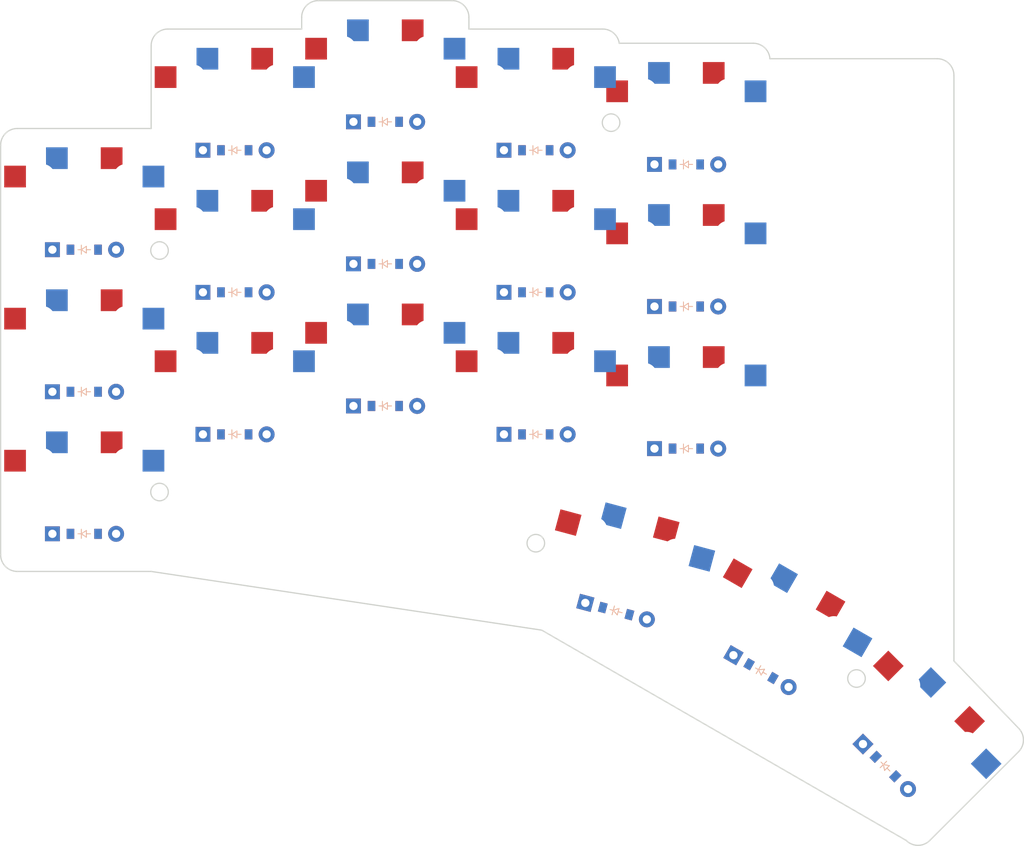
<source format=kicad_pcb>

            
(kicad_pcb (version 20171130) (host pcbnew 5.1.6)

  (page A3)
  (title_block
    (title KEYBOARD_NAME_HERE)
    (rev VERSION_HERE)
    (company YOUR_NAME_HERE)
  )

  (general
    (thickness 1.6)
  )

  (layers
    (0 F.Cu signal)
    (31 B.Cu signal)
    (32 B.Adhes user)
    (33 F.Adhes user)
    (34 B.Paste user)
    (35 F.Paste user)
    (36 B.SilkS user)
    (37 F.SilkS user)
    (38 B.Mask user)
    (39 F.Mask user)
    (40 Dwgs.User user)
    (41 Cmts.User user)
    (42 Eco1.User user)
    (43 Eco2.User user)
    (44 Edge.Cuts user)
    (45 Margin user)
    (46 B.CrtYd user)
    (47 F.CrtYd user)
    (48 B.Fab user)
    (49 F.Fab user)
  )

  (setup
    (last_trace_width 0.25)
    (trace_clearance 0.2)
    (zone_clearance 0.508)
    (zone_45_only no)
    (trace_min 0.2)
    (via_size 0.8)
    (via_drill 0.4)
    (via_min_size 0.4)
    (via_min_drill 0.3)
    (uvia_size 0.3)
    (uvia_drill 0.1)
    (uvias_allowed no)
    (uvia_min_size 0.2)
    (uvia_min_drill 0.1)
    (edge_width 0.05)
    (segment_width 0.2)
    (pcb_text_width 0.3)
    (pcb_text_size 1.5 1.5)
    (mod_edge_width 0.12)
    (mod_text_size 1 1)
    (mod_text_width 0.15)
    (pad_size 1.524 1.524)
    (pad_drill 0.762)
    (pad_to_mask_clearance 0.05)
    (aux_axis_origin 0 0)
    (visible_elements FFFFFF7F)
    (pcbplotparams
      (layerselection 0x010fc_ffffffff)
      (usegerberextensions false)
      (usegerberattributes true)
      (usegerberadvancedattributes true)
      (creategerberjobfile true)
      (excludeedgelayer true)
      (linewidth 0.100000)
      (plotframeref false)
      (viasonmask false)
      (mode 1)
      (useauxorigin false)
      (hpglpennumber 1)
      (hpglpenspeed 20)
      (hpglpendiameter 15.000000)
      (psnegative false)
      (psa4output false)
      (plotreference true)
      (plotvalue true)
      (plotinvisibletext false)
      (padsonsilk false)
      (subtractmaskfromsilk false)
      (outputformat 1)
      (mirror false)
      (drillshape 1)
      (scaleselection 1)
      (outputdirectory ""))
  )

            (net 0 "")
(net 1 "pinky_bottom")
(net 2 "P21")
(net 3 "P7")
(net 4 "pinky_home")
(net 5 "P6")
(net 6 "pinky_top")
(net 7 "P5")
(net 8 "ring_bottom")
(net 9 "P20")
(net 10 "ring_home")
(net 11 "ring_top")
(net 12 "middle_bottom")
(net 13 "P19")
(net 14 "middle_home")
(net 15 "middle_top")
(net 16 "index_bottom")
(net 17 "P18")
(net 18 "index_home")
(net 19 "index_top")
(net 20 "inner_bottom")
(net 21 "P15")
(net 22 "inner_home")
(net 23 "inner_top")
(net 24 "near_thumb")
(net 25 "P4")
(net 26 "home_thumb")
(net 27 "far_thumb")
            
  (net_class Default "This is the default net class"
    (clearance 0.2)
    (trace_width 0.25)
    (via_dia 0.8)
    (via_drill 0.4)
    (uvia_dia 0.3)
    (uvia_drill 0.1)
    (add_net "")
(add_net "pinky_bottom")
(add_net "P21")
(add_net "P7")
(add_net "pinky_home")
(add_net "P6")
(add_net "pinky_top")
(add_net "P5")
(add_net "ring_bottom")
(add_net "P20")
(add_net "ring_home")
(add_net "ring_top")
(add_net "middle_bottom")
(add_net "P19")
(add_net "middle_home")
(add_net "middle_top")
(add_net "index_bottom")
(add_net "P18")
(add_net "index_home")
(add_net "index_top")
(add_net "inner_bottom")
(add_net "P15")
(add_net "inner_home")
(add_net "inner_top")
(add_net "near_thumb")
(add_net "P4")
(add_net "home_thumb")
(add_net "far_thumb")
  )

            
  (net_class Power "This is the power net class"
    (clearance 0.2)
    (trace_width 0.5)
    (via_dia 0.8)
    (via_drill 0.4)
    (uvia_dia 0.3)
    (uvia_drill 0.1)
    
  )

            
        
      (module PG1350 (layer F.Cu) (tedit 5DD50112)
      (at 18 0 0)

      
      (fp_text reference "S1" (at 0 0) (layer F.SilkS) hide (effects (font (size 1.27 1.27) (thickness 0.15))))
      (fp_text value "" (at 0 0) (layer F.SilkS) hide (effects (font (size 1.27 1.27) (thickness 0.15))))

      
      (fp_line (start -7 -6) (end -7 -7) (layer Dwgs.User) (width 0.15))
      (fp_line (start -7 7) (end -6 7) (layer Dwgs.User) (width 0.15))
      (fp_line (start -6 -7) (end -7 -7) (layer Dwgs.User) (width 0.15))
      (fp_line (start -7 7) (end -7 6) (layer Dwgs.User) (width 0.15))
      (fp_line (start 7 6) (end 7 7) (layer Dwgs.User) (width 0.15))
      (fp_line (start 7 -7) (end 6 -7) (layer Dwgs.User) (width 0.15))
      (fp_line (start 6 7) (end 7 7) (layer Dwgs.User) (width 0.15))
      (fp_line (start 7 -7) (end 7 -6) (layer Dwgs.User) (width 0.15))      
      
      
      (pad "" np_thru_hole circle (at 0 0) (size 3.429 3.429) (drill 3.429) (layers *.Cu *.Mask))
        
      
      (pad "" np_thru_hole circle (at 5.5 0) (size 1.7018 1.7018) (drill 1.7018) (layers *.Cu *.Mask))
      (pad "" np_thru_hole circle (at -5.5 0) (size 1.7018 1.7018) (drill 1.7018) (layers *.Cu *.Mask))
      
        
      
      (fp_line (start -9 -8.5) (end 9 -8.5) (layer Dwgs.User) (width 0.15))
      (fp_line (start 9 -8.5) (end 9 8.5) (layer Dwgs.User) (width 0.15))
      (fp_line (start 9 8.5) (end -9 8.5) (layer Dwgs.User) (width 0.15))
      (fp_line (start -9 8.5) (end -9 -8.5) (layer Dwgs.User) (width 0.15))
      
        
          
          (pad "" np_thru_hole circle (at 5 -3.75) (size 3 3) (drill 3) (layers *.Cu *.Mask))
          (pad "" np_thru_hole circle (at 0 -5.95) (size 3 3) (drill 3) (layers *.Cu *.Mask))
      
          
          (pad 1 smd rect (at -3.275 -5.95 0) (size 2.6 2.6) (layers B.Cu B.Paste B.Mask)  (net 1 "pinky_bottom"))
          (pad 2 smd rect (at 8.275 -3.75 0) (size 2.6 2.6) (layers B.Cu B.Paste B.Mask)  (net 2 "P21"))
        
        
          
          (pad "" np_thru_hole circle (at -5 -3.75) (size 3 3) (drill 3) (layers *.Cu *.Mask))
          (pad "" np_thru_hole circle (at 0 -5.95) (size 3 3) (drill 3) (layers *.Cu *.Mask))
      
          
          (pad 1 smd rect (at 3.275 -5.95 0) (size 2.6 2.6) (layers F.Cu F.Paste F.Mask)  (net 1 "pinky_bottom"))
          (pad 2 smd rect (at -8.275 -3.75 0) (size 2.6 2.6) (layers F.Cu F.Paste F.Mask)  (net 2 "P21"))
        )
        

  
    (module ComboDiode (layer F.Cu) (tedit 5B24D78E)


        (at 18 5 0)

        
        (fp_text reference "D1" (at 0 0) (layer F.SilkS) hide (effects (font (size 1.27 1.27) (thickness 0.15))))
        (fp_text value "" (at 0 0) (layer F.SilkS) hide (effects (font (size 1.27 1.27) (thickness 0.15))))
        
        
        (fp_line (start 0.25 0) (end 0.75 0) (layer F.SilkS) (width 0.1))
        (fp_line (start 0.25 0.4) (end -0.35 0) (layer F.SilkS) (width 0.1))
        (fp_line (start 0.25 -0.4) (end 0.25 0.4) (layer F.SilkS) (width 0.1))
        (fp_line (start -0.35 0) (end 0.25 -0.4) (layer F.SilkS) (width 0.1))
        (fp_line (start -0.35 0) (end -0.35 0.55) (layer F.SilkS) (width 0.1))
        (fp_line (start -0.35 0) (end -0.35 -0.55) (layer F.SilkS) (width 0.1))
        (fp_line (start -0.75 0) (end -0.35 0) (layer F.SilkS) (width 0.1))
        (fp_line (start 0.25 0) (end 0.75 0) (layer B.SilkS) (width 0.1))
        (fp_line (start 0.25 0.4) (end -0.35 0) (layer B.SilkS) (width 0.1))
        (fp_line (start 0.25 -0.4) (end 0.25 0.4) (layer B.SilkS) (width 0.1))
        (fp_line (start -0.35 0) (end 0.25 -0.4) (layer B.SilkS) (width 0.1))
        (fp_line (start -0.35 0) (end -0.35 0.55) (layer B.SilkS) (width 0.1))
        (fp_line (start -0.35 0) (end -0.35 -0.55) (layer B.SilkS) (width 0.1))
        (fp_line (start -0.75 0) (end -0.35 0) (layer B.SilkS) (width 0.1))
    
        
        (pad 1 smd rect (at -1.65 0 0) (size 0.9 1.2) (layers F.Cu F.Paste F.Mask) (net 3 "P7"))
        (pad 2 smd rect (at 1.65 0 0) (size 0.9 1.2) (layers B.Cu B.Paste B.Mask) (net 1 "pinky_bottom"))
        (pad 1 smd rect (at -1.65 0 0) (size 0.9 1.2) (layers B.Cu B.Paste B.Mask) (net 3 "P7"))
        (pad 2 smd rect (at 1.65 0 0) (size 0.9 1.2) (layers F.Cu F.Paste F.Mask) (net 1 "pinky_bottom"))
        
        
        (pad 1 thru_hole circle (at 3.81 0 0) (size 1.905 1.905) (drill 0.9906) (layers *.Cu *.Mask) (net 1 "pinky_bottom"))
        (pad 2 thru_hole rect (at -3.81 0 0) (size 1.778 1.778) (drill 0.9906) (layers *.Cu *.Mask) (net 3 "P7"))
    )
  
    

        
      (module PG1350 (layer F.Cu) (tedit 5DD50112)
      (at 18 -17 0)

      
      (fp_text reference "S2" (at 0 0) (layer F.SilkS) hide (effects (font (size 1.27 1.27) (thickness 0.15))))
      (fp_text value "" (at 0 0) (layer F.SilkS) hide (effects (font (size 1.27 1.27) (thickness 0.15))))

      
      (fp_line (start -7 -6) (end -7 -7) (layer Dwgs.User) (width 0.15))
      (fp_line (start -7 7) (end -6 7) (layer Dwgs.User) (width 0.15))
      (fp_line (start -6 -7) (end -7 -7) (layer Dwgs.User) (width 0.15))
      (fp_line (start -7 7) (end -7 6) (layer Dwgs.User) (width 0.15))
      (fp_line (start 7 6) (end 7 7) (layer Dwgs.User) (width 0.15))
      (fp_line (start 7 -7) (end 6 -7) (layer Dwgs.User) (width 0.15))
      (fp_line (start 6 7) (end 7 7) (layer Dwgs.User) (width 0.15))
      (fp_line (start 7 -7) (end 7 -6) (layer Dwgs.User) (width 0.15))      
      
      
      (pad "" np_thru_hole circle (at 0 0) (size 3.429 3.429) (drill 3.429) (layers *.Cu *.Mask))
        
      
      (pad "" np_thru_hole circle (at 5.5 0) (size 1.7018 1.7018) (drill 1.7018) (layers *.Cu *.Mask))
      (pad "" np_thru_hole circle (at -5.5 0) (size 1.7018 1.7018) (drill 1.7018) (layers *.Cu *.Mask))
      
        
      
      (fp_line (start -9 -8.5) (end 9 -8.5) (layer Dwgs.User) (width 0.15))
      (fp_line (start 9 -8.5) (end 9 8.5) (layer Dwgs.User) (width 0.15))
      (fp_line (start 9 8.5) (end -9 8.5) (layer Dwgs.User) (width 0.15))
      (fp_line (start -9 8.5) (end -9 -8.5) (layer Dwgs.User) (width 0.15))
      
        
          
          (pad "" np_thru_hole circle (at 5 -3.75) (size 3 3) (drill 3) (layers *.Cu *.Mask))
          (pad "" np_thru_hole circle (at 0 -5.95) (size 3 3) (drill 3) (layers *.Cu *.Mask))
      
          
          (pad 1 smd rect (at -3.275 -5.95 0) (size 2.6 2.6) (layers B.Cu B.Paste B.Mask)  (net 4 "pinky_home"))
          (pad 2 smd rect (at 8.275 -3.75 0) (size 2.6 2.6) (layers B.Cu B.Paste B.Mask)  (net 2 "P21"))
        
        
          
          (pad "" np_thru_hole circle (at -5 -3.75) (size 3 3) (drill 3) (layers *.Cu *.Mask))
          (pad "" np_thru_hole circle (at 0 -5.95) (size 3 3) (drill 3) (layers *.Cu *.Mask))
      
          
          (pad 1 smd rect (at 3.275 -5.95 0) (size 2.6 2.6) (layers F.Cu F.Paste F.Mask)  (net 4 "pinky_home"))
          (pad 2 smd rect (at -8.275 -3.75 0) (size 2.6 2.6) (layers F.Cu F.Paste F.Mask)  (net 2 "P21"))
        )
        

  
    (module ComboDiode (layer F.Cu) (tedit 5B24D78E)


        (at 18 -12 0)

        
        (fp_text reference "D2" (at 0 0) (layer F.SilkS) hide (effects (font (size 1.27 1.27) (thickness 0.15))))
        (fp_text value "" (at 0 0) (layer F.SilkS) hide (effects (font (size 1.27 1.27) (thickness 0.15))))
        
        
        (fp_line (start 0.25 0) (end 0.75 0) (layer F.SilkS) (width 0.1))
        (fp_line (start 0.25 0.4) (end -0.35 0) (layer F.SilkS) (width 0.1))
        (fp_line (start 0.25 -0.4) (end 0.25 0.4) (layer F.SilkS) (width 0.1))
        (fp_line (start -0.35 0) (end 0.25 -0.4) (layer F.SilkS) (width 0.1))
        (fp_line (start -0.35 0) (end -0.35 0.55) (layer F.SilkS) (width 0.1))
        (fp_line (start -0.35 0) (end -0.35 -0.55) (layer F.SilkS) (width 0.1))
        (fp_line (start -0.75 0) (end -0.35 0) (layer F.SilkS) (width 0.1))
        (fp_line (start 0.25 0) (end 0.75 0) (layer B.SilkS) (width 0.1))
        (fp_line (start 0.25 0.4) (end -0.35 0) (layer B.SilkS) (width 0.1))
        (fp_line (start 0.25 -0.4) (end 0.25 0.4) (layer B.SilkS) (width 0.1))
        (fp_line (start -0.35 0) (end 0.25 -0.4) (layer B.SilkS) (width 0.1))
        (fp_line (start -0.35 0) (end -0.35 0.55) (layer B.SilkS) (width 0.1))
        (fp_line (start -0.35 0) (end -0.35 -0.55) (layer B.SilkS) (width 0.1))
        (fp_line (start -0.75 0) (end -0.35 0) (layer B.SilkS) (width 0.1))
    
        
        (pad 1 smd rect (at -1.65 0 0) (size 0.9 1.2) (layers F.Cu F.Paste F.Mask) (net 5 "P6"))
        (pad 2 smd rect (at 1.65 0 0) (size 0.9 1.2) (layers B.Cu B.Paste B.Mask) (net 4 "pinky_home"))
        (pad 1 smd rect (at -1.65 0 0) (size 0.9 1.2) (layers B.Cu B.Paste B.Mask) (net 5 "P6"))
        (pad 2 smd rect (at 1.65 0 0) (size 0.9 1.2) (layers F.Cu F.Paste F.Mask) (net 4 "pinky_home"))
        
        
        (pad 1 thru_hole circle (at 3.81 0 0) (size 1.905 1.905) (drill 0.9906) (layers *.Cu *.Mask) (net 4 "pinky_home"))
        (pad 2 thru_hole rect (at -3.81 0 0) (size 1.778 1.778) (drill 0.9906) (layers *.Cu *.Mask) (net 5 "P6"))
    )
  
    

        
      (module PG1350 (layer F.Cu) (tedit 5DD50112)
      (at 18 -34 0)

      
      (fp_text reference "S3" (at 0 0) (layer F.SilkS) hide (effects (font (size 1.27 1.27) (thickness 0.15))))
      (fp_text value "" (at 0 0) (layer F.SilkS) hide (effects (font (size 1.27 1.27) (thickness 0.15))))

      
      (fp_line (start -7 -6) (end -7 -7) (layer Dwgs.User) (width 0.15))
      (fp_line (start -7 7) (end -6 7) (layer Dwgs.User) (width 0.15))
      (fp_line (start -6 -7) (end -7 -7) (layer Dwgs.User) (width 0.15))
      (fp_line (start -7 7) (end -7 6) (layer Dwgs.User) (width 0.15))
      (fp_line (start 7 6) (end 7 7) (layer Dwgs.User) (width 0.15))
      (fp_line (start 7 -7) (end 6 -7) (layer Dwgs.User) (width 0.15))
      (fp_line (start 6 7) (end 7 7) (layer Dwgs.User) (width 0.15))
      (fp_line (start 7 -7) (end 7 -6) (layer Dwgs.User) (width 0.15))      
      
      
      (pad "" np_thru_hole circle (at 0 0) (size 3.429 3.429) (drill 3.429) (layers *.Cu *.Mask))
        
      
      (pad "" np_thru_hole circle (at 5.5 0) (size 1.7018 1.7018) (drill 1.7018) (layers *.Cu *.Mask))
      (pad "" np_thru_hole circle (at -5.5 0) (size 1.7018 1.7018) (drill 1.7018) (layers *.Cu *.Mask))
      
        
      
      (fp_line (start -9 -8.5) (end 9 -8.5) (layer Dwgs.User) (width 0.15))
      (fp_line (start 9 -8.5) (end 9 8.5) (layer Dwgs.User) (width 0.15))
      (fp_line (start 9 8.5) (end -9 8.5) (layer Dwgs.User) (width 0.15))
      (fp_line (start -9 8.5) (end -9 -8.5) (layer Dwgs.User) (width 0.15))
      
        
          
          (pad "" np_thru_hole circle (at 5 -3.75) (size 3 3) (drill 3) (layers *.Cu *.Mask))
          (pad "" np_thru_hole circle (at 0 -5.95) (size 3 3) (drill 3) (layers *.Cu *.Mask))
      
          
          (pad 1 smd rect (at -3.275 -5.95 0) (size 2.6 2.6) (layers B.Cu B.Paste B.Mask)  (net 6 "pinky_top"))
          (pad 2 smd rect (at 8.275 -3.75 0) (size 2.6 2.6) (layers B.Cu B.Paste B.Mask)  (net 2 "P21"))
        
        
          
          (pad "" np_thru_hole circle (at -5 -3.75) (size 3 3) (drill 3) (layers *.Cu *.Mask))
          (pad "" np_thru_hole circle (at 0 -5.95) (size 3 3) (drill 3) (layers *.Cu *.Mask))
      
          
          (pad 1 smd rect (at 3.275 -5.95 0) (size 2.6 2.6) (layers F.Cu F.Paste F.Mask)  (net 6 "pinky_top"))
          (pad 2 smd rect (at -8.275 -3.75 0) (size 2.6 2.6) (layers F.Cu F.Paste F.Mask)  (net 2 "P21"))
        )
        

  
    (module ComboDiode (layer F.Cu) (tedit 5B24D78E)


        (at 18 -29 0)

        
        (fp_text reference "D3" (at 0 0) (layer F.SilkS) hide (effects (font (size 1.27 1.27) (thickness 0.15))))
        (fp_text value "" (at 0 0) (layer F.SilkS) hide (effects (font (size 1.27 1.27) (thickness 0.15))))
        
        
        (fp_line (start 0.25 0) (end 0.75 0) (layer F.SilkS) (width 0.1))
        (fp_line (start 0.25 0.4) (end -0.35 0) (layer F.SilkS) (width 0.1))
        (fp_line (start 0.25 -0.4) (end 0.25 0.4) (layer F.SilkS) (width 0.1))
        (fp_line (start -0.35 0) (end 0.25 -0.4) (layer F.SilkS) (width 0.1))
        (fp_line (start -0.35 0) (end -0.35 0.55) (layer F.SilkS) (width 0.1))
        (fp_line (start -0.35 0) (end -0.35 -0.55) (layer F.SilkS) (width 0.1))
        (fp_line (start -0.75 0) (end -0.35 0) (layer F.SilkS) (width 0.1))
        (fp_line (start 0.25 0) (end 0.75 0) (layer B.SilkS) (width 0.1))
        (fp_line (start 0.25 0.4) (end -0.35 0) (layer B.SilkS) (width 0.1))
        (fp_line (start 0.25 -0.4) (end 0.25 0.4) (layer B.SilkS) (width 0.1))
        (fp_line (start -0.35 0) (end 0.25 -0.4) (layer B.SilkS) (width 0.1))
        (fp_line (start -0.35 0) (end -0.35 0.55) (layer B.SilkS) (width 0.1))
        (fp_line (start -0.35 0) (end -0.35 -0.55) (layer B.SilkS) (width 0.1))
        (fp_line (start -0.75 0) (end -0.35 0) (layer B.SilkS) (width 0.1))
    
        
        (pad 1 smd rect (at -1.65 0 0) (size 0.9 1.2) (layers F.Cu F.Paste F.Mask) (net 7 "P5"))
        (pad 2 smd rect (at 1.65 0 0) (size 0.9 1.2) (layers B.Cu B.Paste B.Mask) (net 6 "pinky_top"))
        (pad 1 smd rect (at -1.65 0 0) (size 0.9 1.2) (layers B.Cu B.Paste B.Mask) (net 7 "P5"))
        (pad 2 smd rect (at 1.65 0 0) (size 0.9 1.2) (layers F.Cu F.Paste F.Mask) (net 6 "pinky_top"))
        
        
        (pad 1 thru_hole circle (at 3.81 0 0) (size 1.905 1.905) (drill 0.9906) (layers *.Cu *.Mask) (net 6 "pinky_top"))
        (pad 2 thru_hole rect (at -3.81 0 0) (size 1.778 1.778) (drill 0.9906) (layers *.Cu *.Mask) (net 7 "P5"))
    )
  
    

        
      (module PG1350 (layer F.Cu) (tedit 5DD50112)
      (at 36 -11.9 0)

      
      (fp_text reference "S4" (at 0 0) (layer F.SilkS) hide (effects (font (size 1.27 1.27) (thickness 0.15))))
      (fp_text value "" (at 0 0) (layer F.SilkS) hide (effects (font (size 1.27 1.27) (thickness 0.15))))

      
      (fp_line (start -7 -6) (end -7 -7) (layer Dwgs.User) (width 0.15))
      (fp_line (start -7 7) (end -6 7) (layer Dwgs.User) (width 0.15))
      (fp_line (start -6 -7) (end -7 -7) (layer Dwgs.User) (width 0.15))
      (fp_line (start -7 7) (end -7 6) (layer Dwgs.User) (width 0.15))
      (fp_line (start 7 6) (end 7 7) (layer Dwgs.User) (width 0.15))
      (fp_line (start 7 -7) (end 6 -7) (layer Dwgs.User) (width 0.15))
      (fp_line (start 6 7) (end 7 7) (layer Dwgs.User) (width 0.15))
      (fp_line (start 7 -7) (end 7 -6) (layer Dwgs.User) (width 0.15))      
      
      
      (pad "" np_thru_hole circle (at 0 0) (size 3.429 3.429) (drill 3.429) (layers *.Cu *.Mask))
        
      
      (pad "" np_thru_hole circle (at 5.5 0) (size 1.7018 1.7018) (drill 1.7018) (layers *.Cu *.Mask))
      (pad "" np_thru_hole circle (at -5.5 0) (size 1.7018 1.7018) (drill 1.7018) (layers *.Cu *.Mask))
      
        
      
      (fp_line (start -9 -8.5) (end 9 -8.5) (layer Dwgs.User) (width 0.15))
      (fp_line (start 9 -8.5) (end 9 8.5) (layer Dwgs.User) (width 0.15))
      (fp_line (start 9 8.5) (end -9 8.5) (layer Dwgs.User) (width 0.15))
      (fp_line (start -9 8.5) (end -9 -8.5) (layer Dwgs.User) (width 0.15))
      
        
          
          (pad "" np_thru_hole circle (at 5 -3.75) (size 3 3) (drill 3) (layers *.Cu *.Mask))
          (pad "" np_thru_hole circle (at 0 -5.95) (size 3 3) (drill 3) (layers *.Cu *.Mask))
      
          
          (pad 1 smd rect (at -3.275 -5.95 0) (size 2.6 2.6) (layers B.Cu B.Paste B.Mask)  (net 8 "ring_bottom"))
          (pad 2 smd rect (at 8.275 -3.75 0) (size 2.6 2.6) (layers B.Cu B.Paste B.Mask)  (net 9 "P20"))
        
        
          
          (pad "" np_thru_hole circle (at -5 -3.75) (size 3 3) (drill 3) (layers *.Cu *.Mask))
          (pad "" np_thru_hole circle (at 0 -5.95) (size 3 3) (drill 3) (layers *.Cu *.Mask))
      
          
          (pad 1 smd rect (at 3.275 -5.95 0) (size 2.6 2.6) (layers F.Cu F.Paste F.Mask)  (net 8 "ring_bottom"))
          (pad 2 smd rect (at -8.275 -3.75 0) (size 2.6 2.6) (layers F.Cu F.Paste F.Mask)  (net 9 "P20"))
        )
        

  
    (module ComboDiode (layer F.Cu) (tedit 5B24D78E)


        (at 36 -6.9 0)

        
        (fp_text reference "D4" (at 0 0) (layer F.SilkS) hide (effects (font (size 1.27 1.27) (thickness 0.15))))
        (fp_text value "" (at 0 0) (layer F.SilkS) hide (effects (font (size 1.27 1.27) (thickness 0.15))))
        
        
        (fp_line (start 0.25 0) (end 0.75 0) (layer F.SilkS) (width 0.1))
        (fp_line (start 0.25 0.4) (end -0.35 0) (layer F.SilkS) (width 0.1))
        (fp_line (start 0.25 -0.4) (end 0.25 0.4) (layer F.SilkS) (width 0.1))
        (fp_line (start -0.35 0) (end 0.25 -0.4) (layer F.SilkS) (width 0.1))
        (fp_line (start -0.35 0) (end -0.35 0.55) (layer F.SilkS) (width 0.1))
        (fp_line (start -0.35 0) (end -0.35 -0.55) (layer F.SilkS) (width 0.1))
        (fp_line (start -0.75 0) (end -0.35 0) (layer F.SilkS) (width 0.1))
        (fp_line (start 0.25 0) (end 0.75 0) (layer B.SilkS) (width 0.1))
        (fp_line (start 0.25 0.4) (end -0.35 0) (layer B.SilkS) (width 0.1))
        (fp_line (start 0.25 -0.4) (end 0.25 0.4) (layer B.SilkS) (width 0.1))
        (fp_line (start -0.35 0) (end 0.25 -0.4) (layer B.SilkS) (width 0.1))
        (fp_line (start -0.35 0) (end -0.35 0.55) (layer B.SilkS) (width 0.1))
        (fp_line (start -0.35 0) (end -0.35 -0.55) (layer B.SilkS) (width 0.1))
        (fp_line (start -0.75 0) (end -0.35 0) (layer B.SilkS) (width 0.1))
    
        
        (pad 1 smd rect (at -1.65 0 0) (size 0.9 1.2) (layers F.Cu F.Paste F.Mask) (net 3 "P7"))
        (pad 2 smd rect (at 1.65 0 0) (size 0.9 1.2) (layers B.Cu B.Paste B.Mask) (net 8 "ring_bottom"))
        (pad 1 smd rect (at -1.65 0 0) (size 0.9 1.2) (layers B.Cu B.Paste B.Mask) (net 3 "P7"))
        (pad 2 smd rect (at 1.65 0 0) (size 0.9 1.2) (layers F.Cu F.Paste F.Mask) (net 8 "ring_bottom"))
        
        
        (pad 1 thru_hole circle (at 3.81 0 0) (size 1.905 1.905) (drill 0.9906) (layers *.Cu *.Mask) (net 8 "ring_bottom"))
        (pad 2 thru_hole rect (at -3.81 0 0) (size 1.778 1.778) (drill 0.9906) (layers *.Cu *.Mask) (net 3 "P7"))
    )
  
    

        
      (module PG1350 (layer F.Cu) (tedit 5DD50112)
      (at 36 -28.9 0)

      
      (fp_text reference "S5" (at 0 0) (layer F.SilkS) hide (effects (font (size 1.27 1.27) (thickness 0.15))))
      (fp_text value "" (at 0 0) (layer F.SilkS) hide (effects (font (size 1.27 1.27) (thickness 0.15))))

      
      (fp_line (start -7 -6) (end -7 -7) (layer Dwgs.User) (width 0.15))
      (fp_line (start -7 7) (end -6 7) (layer Dwgs.User) (width 0.15))
      (fp_line (start -6 -7) (end -7 -7) (layer Dwgs.User) (width 0.15))
      (fp_line (start -7 7) (end -7 6) (layer Dwgs.User) (width 0.15))
      (fp_line (start 7 6) (end 7 7) (layer Dwgs.User) (width 0.15))
      (fp_line (start 7 -7) (end 6 -7) (layer Dwgs.User) (width 0.15))
      (fp_line (start 6 7) (end 7 7) (layer Dwgs.User) (width 0.15))
      (fp_line (start 7 -7) (end 7 -6) (layer Dwgs.User) (width 0.15))      
      
      
      (pad "" np_thru_hole circle (at 0 0) (size 3.429 3.429) (drill 3.429) (layers *.Cu *.Mask))
        
      
      (pad "" np_thru_hole circle (at 5.5 0) (size 1.7018 1.7018) (drill 1.7018) (layers *.Cu *.Mask))
      (pad "" np_thru_hole circle (at -5.5 0) (size 1.7018 1.7018) (drill 1.7018) (layers *.Cu *.Mask))
      
        
      
      (fp_line (start -9 -8.5) (end 9 -8.5) (layer Dwgs.User) (width 0.15))
      (fp_line (start 9 -8.5) (end 9 8.5) (layer Dwgs.User) (width 0.15))
      (fp_line (start 9 8.5) (end -9 8.5) (layer Dwgs.User) (width 0.15))
      (fp_line (start -9 8.5) (end -9 -8.5) (layer Dwgs.User) (width 0.15))
      
        
          
          (pad "" np_thru_hole circle (at 5 -3.75) (size 3 3) (drill 3) (layers *.Cu *.Mask))
          (pad "" np_thru_hole circle (at 0 -5.95) (size 3 3) (drill 3) (layers *.Cu *.Mask))
      
          
          (pad 1 smd rect (at -3.275 -5.95 0) (size 2.6 2.6) (layers B.Cu B.Paste B.Mask)  (net 10 "ring_home"))
          (pad 2 smd rect (at 8.275 -3.75 0) (size 2.6 2.6) (layers B.Cu B.Paste B.Mask)  (net 9 "P20"))
        
        
          
          (pad "" np_thru_hole circle (at -5 -3.75) (size 3 3) (drill 3) (layers *.Cu *.Mask))
          (pad "" np_thru_hole circle (at 0 -5.95) (size 3 3) (drill 3) (layers *.Cu *.Mask))
      
          
          (pad 1 smd rect (at 3.275 -5.95 0) (size 2.6 2.6) (layers F.Cu F.Paste F.Mask)  (net 10 "ring_home"))
          (pad 2 smd rect (at -8.275 -3.75 0) (size 2.6 2.6) (layers F.Cu F.Paste F.Mask)  (net 9 "P20"))
        )
        

  
    (module ComboDiode (layer F.Cu) (tedit 5B24D78E)


        (at 36 -23.9 0)

        
        (fp_text reference "D5" (at 0 0) (layer F.SilkS) hide (effects (font (size 1.27 1.27) (thickness 0.15))))
        (fp_text value "" (at 0 0) (layer F.SilkS) hide (effects (font (size 1.27 1.27) (thickness 0.15))))
        
        
        (fp_line (start 0.25 0) (end 0.75 0) (layer F.SilkS) (width 0.1))
        (fp_line (start 0.25 0.4) (end -0.35 0) (layer F.SilkS) (width 0.1))
        (fp_line (start 0.25 -0.4) (end 0.25 0.4) (layer F.SilkS) (width 0.1))
        (fp_line (start -0.35 0) (end 0.25 -0.4) (layer F.SilkS) (width 0.1))
        (fp_line (start -0.35 0) (end -0.35 0.55) (layer F.SilkS) (width 0.1))
        (fp_line (start -0.35 0) (end -0.35 -0.55) (layer F.SilkS) (width 0.1))
        (fp_line (start -0.75 0) (end -0.35 0) (layer F.SilkS) (width 0.1))
        (fp_line (start 0.25 0) (end 0.75 0) (layer B.SilkS) (width 0.1))
        (fp_line (start 0.25 0.4) (end -0.35 0) (layer B.SilkS) (width 0.1))
        (fp_line (start 0.25 -0.4) (end 0.25 0.4) (layer B.SilkS) (width 0.1))
        (fp_line (start -0.35 0) (end 0.25 -0.4) (layer B.SilkS) (width 0.1))
        (fp_line (start -0.35 0) (end -0.35 0.55) (layer B.SilkS) (width 0.1))
        (fp_line (start -0.35 0) (end -0.35 -0.55) (layer B.SilkS) (width 0.1))
        (fp_line (start -0.75 0) (end -0.35 0) (layer B.SilkS) (width 0.1))
    
        
        (pad 1 smd rect (at -1.65 0 0) (size 0.9 1.2) (layers F.Cu F.Paste F.Mask) (net 5 "P6"))
        (pad 2 smd rect (at 1.65 0 0) (size 0.9 1.2) (layers B.Cu B.Paste B.Mask) (net 10 "ring_home"))
        (pad 1 smd rect (at -1.65 0 0) (size 0.9 1.2) (layers B.Cu B.Paste B.Mask) (net 5 "P6"))
        (pad 2 smd rect (at 1.65 0 0) (size 0.9 1.2) (layers F.Cu F.Paste F.Mask) (net 10 "ring_home"))
        
        
        (pad 1 thru_hole circle (at 3.81 0 0) (size 1.905 1.905) (drill 0.9906) (layers *.Cu *.Mask) (net 10 "ring_home"))
        (pad 2 thru_hole rect (at -3.81 0 0) (size 1.778 1.778) (drill 0.9906) (layers *.Cu *.Mask) (net 5 "P6"))
    )
  
    

        
      (module PG1350 (layer F.Cu) (tedit 5DD50112)
      (at 36 -45.9 0)

      
      (fp_text reference "S6" (at 0 0) (layer F.SilkS) hide (effects (font (size 1.27 1.27) (thickness 0.15))))
      (fp_text value "" (at 0 0) (layer F.SilkS) hide (effects (font (size 1.27 1.27) (thickness 0.15))))

      
      (fp_line (start -7 -6) (end -7 -7) (layer Dwgs.User) (width 0.15))
      (fp_line (start -7 7) (end -6 7) (layer Dwgs.User) (width 0.15))
      (fp_line (start -6 -7) (end -7 -7) (layer Dwgs.User) (width 0.15))
      (fp_line (start -7 7) (end -7 6) (layer Dwgs.User) (width 0.15))
      (fp_line (start 7 6) (end 7 7) (layer Dwgs.User) (width 0.15))
      (fp_line (start 7 -7) (end 6 -7) (layer Dwgs.User) (width 0.15))
      (fp_line (start 6 7) (end 7 7) (layer Dwgs.User) (width 0.15))
      (fp_line (start 7 -7) (end 7 -6) (layer Dwgs.User) (width 0.15))      
      
      
      (pad "" np_thru_hole circle (at 0 0) (size 3.429 3.429) (drill 3.429) (layers *.Cu *.Mask))
        
      
      (pad "" np_thru_hole circle (at 5.5 0) (size 1.7018 1.7018) (drill 1.7018) (layers *.Cu *.Mask))
      (pad "" np_thru_hole circle (at -5.5 0) (size 1.7018 1.7018) (drill 1.7018) (layers *.Cu *.Mask))
      
        
      
      (fp_line (start -9 -8.5) (end 9 -8.5) (layer Dwgs.User) (width 0.15))
      (fp_line (start 9 -8.5) (end 9 8.5) (layer Dwgs.User) (width 0.15))
      (fp_line (start 9 8.5) (end -9 8.5) (layer Dwgs.User) (width 0.15))
      (fp_line (start -9 8.5) (end -9 -8.5) (layer Dwgs.User) (width 0.15))
      
        
          
          (pad "" np_thru_hole circle (at 5 -3.75) (size 3 3) (drill 3) (layers *.Cu *.Mask))
          (pad "" np_thru_hole circle (at 0 -5.95) (size 3 3) (drill 3) (layers *.Cu *.Mask))
      
          
          (pad 1 smd rect (at -3.275 -5.95 0) (size 2.6 2.6) (layers B.Cu B.Paste B.Mask)  (net 11 "ring_top"))
          (pad 2 smd rect (at 8.275 -3.75 0) (size 2.6 2.6) (layers B.Cu B.Paste B.Mask)  (net 9 "P20"))
        
        
          
          (pad "" np_thru_hole circle (at -5 -3.75) (size 3 3) (drill 3) (layers *.Cu *.Mask))
          (pad "" np_thru_hole circle (at 0 -5.95) (size 3 3) (drill 3) (layers *.Cu *.Mask))
      
          
          (pad 1 smd rect (at 3.275 -5.95 0) (size 2.6 2.6) (layers F.Cu F.Paste F.Mask)  (net 11 "ring_top"))
          (pad 2 smd rect (at -8.275 -3.75 0) (size 2.6 2.6) (layers F.Cu F.Paste F.Mask)  (net 9 "P20"))
        )
        

  
    (module ComboDiode (layer F.Cu) (tedit 5B24D78E)


        (at 36 -40.9 0)

        
        (fp_text reference "D6" (at 0 0) (layer F.SilkS) hide (effects (font (size 1.27 1.27) (thickness 0.15))))
        (fp_text value "" (at 0 0) (layer F.SilkS) hide (effects (font (size 1.27 1.27) (thickness 0.15))))
        
        
        (fp_line (start 0.25 0) (end 0.75 0) (layer F.SilkS) (width 0.1))
        (fp_line (start 0.25 0.4) (end -0.35 0) (layer F.SilkS) (width 0.1))
        (fp_line (start 0.25 -0.4) (end 0.25 0.4) (layer F.SilkS) (width 0.1))
        (fp_line (start -0.35 0) (end 0.25 -0.4) (layer F.SilkS) (width 0.1))
        (fp_line (start -0.35 0) (end -0.35 0.55) (layer F.SilkS) (width 0.1))
        (fp_line (start -0.35 0) (end -0.35 -0.55) (layer F.SilkS) (width 0.1))
        (fp_line (start -0.75 0) (end -0.35 0) (layer F.SilkS) (width 0.1))
        (fp_line (start 0.25 0) (end 0.75 0) (layer B.SilkS) (width 0.1))
        (fp_line (start 0.25 0.4) (end -0.35 0) (layer B.SilkS) (width 0.1))
        (fp_line (start 0.25 -0.4) (end 0.25 0.4) (layer B.SilkS) (width 0.1))
        (fp_line (start -0.35 0) (end 0.25 -0.4) (layer B.SilkS) (width 0.1))
        (fp_line (start -0.35 0) (end -0.35 0.55) (layer B.SilkS) (width 0.1))
        (fp_line (start -0.35 0) (end -0.35 -0.55) (layer B.SilkS) (width 0.1))
        (fp_line (start -0.75 0) (end -0.35 0) (layer B.SilkS) (width 0.1))
    
        
        (pad 1 smd rect (at -1.65 0 0) (size 0.9 1.2) (layers F.Cu F.Paste F.Mask) (net 7 "P5"))
        (pad 2 smd rect (at 1.65 0 0) (size 0.9 1.2) (layers B.Cu B.Paste B.Mask) (net 11 "ring_top"))
        (pad 1 smd rect (at -1.65 0 0) (size 0.9 1.2) (layers B.Cu B.Paste B.Mask) (net 7 "P5"))
        (pad 2 smd rect (at 1.65 0 0) (size 0.9 1.2) (layers F.Cu F.Paste F.Mask) (net 11 "ring_top"))
        
        
        (pad 1 thru_hole circle (at 3.81 0 0) (size 1.905 1.905) (drill 0.9906) (layers *.Cu *.Mask) (net 11 "ring_top"))
        (pad 2 thru_hole rect (at -3.81 0 0) (size 1.778 1.778) (drill 0.9906) (layers *.Cu *.Mask) (net 7 "P5"))
    )
  
    

        
      (module PG1350 (layer F.Cu) (tedit 5DD50112)
      (at 54 -15.3 0)

      
      (fp_text reference "S7" (at 0 0) (layer F.SilkS) hide (effects (font (size 1.27 1.27) (thickness 0.15))))
      (fp_text value "" (at 0 0) (layer F.SilkS) hide (effects (font (size 1.27 1.27) (thickness 0.15))))

      
      (fp_line (start -7 -6) (end -7 -7) (layer Dwgs.User) (width 0.15))
      (fp_line (start -7 7) (end -6 7) (layer Dwgs.User) (width 0.15))
      (fp_line (start -6 -7) (end -7 -7) (layer Dwgs.User) (width 0.15))
      (fp_line (start -7 7) (end -7 6) (layer Dwgs.User) (width 0.15))
      (fp_line (start 7 6) (end 7 7) (layer Dwgs.User) (width 0.15))
      (fp_line (start 7 -7) (end 6 -7) (layer Dwgs.User) (width 0.15))
      (fp_line (start 6 7) (end 7 7) (layer Dwgs.User) (width 0.15))
      (fp_line (start 7 -7) (end 7 -6) (layer Dwgs.User) (width 0.15))      
      
      
      (pad "" np_thru_hole circle (at 0 0) (size 3.429 3.429) (drill 3.429) (layers *.Cu *.Mask))
        
      
      (pad "" np_thru_hole circle (at 5.5 0) (size 1.7018 1.7018) (drill 1.7018) (layers *.Cu *.Mask))
      (pad "" np_thru_hole circle (at -5.5 0) (size 1.7018 1.7018) (drill 1.7018) (layers *.Cu *.Mask))
      
        
      
      (fp_line (start -9 -8.5) (end 9 -8.5) (layer Dwgs.User) (width 0.15))
      (fp_line (start 9 -8.5) (end 9 8.5) (layer Dwgs.User) (width 0.15))
      (fp_line (start 9 8.5) (end -9 8.5) (layer Dwgs.User) (width 0.15))
      (fp_line (start -9 8.5) (end -9 -8.5) (layer Dwgs.User) (width 0.15))
      
        
          
          (pad "" np_thru_hole circle (at 5 -3.75) (size 3 3) (drill 3) (layers *.Cu *.Mask))
          (pad "" np_thru_hole circle (at 0 -5.95) (size 3 3) (drill 3) (layers *.Cu *.Mask))
      
          
          (pad 1 smd rect (at -3.275 -5.95 0) (size 2.6 2.6) (layers B.Cu B.Paste B.Mask)  (net 12 "middle_bottom"))
          (pad 2 smd rect (at 8.275 -3.75 0) (size 2.6 2.6) (layers B.Cu B.Paste B.Mask)  (net 13 "P19"))
        
        
          
          (pad "" np_thru_hole circle (at -5 -3.75) (size 3 3) (drill 3) (layers *.Cu *.Mask))
          (pad "" np_thru_hole circle (at 0 -5.95) (size 3 3) (drill 3) (layers *.Cu *.Mask))
      
          
          (pad 1 smd rect (at 3.275 -5.95 0) (size 2.6 2.6) (layers F.Cu F.Paste F.Mask)  (net 12 "middle_bottom"))
          (pad 2 smd rect (at -8.275 -3.75 0) (size 2.6 2.6) (layers F.Cu F.Paste F.Mask)  (net 13 "P19"))
        )
        

  
    (module ComboDiode (layer F.Cu) (tedit 5B24D78E)


        (at 54 -10.3 0)

        
        (fp_text reference "D7" (at 0 0) (layer F.SilkS) hide (effects (font (size 1.27 1.27) (thickness 0.15))))
        (fp_text value "" (at 0 0) (layer F.SilkS) hide (effects (font (size 1.27 1.27) (thickness 0.15))))
        
        
        (fp_line (start 0.25 0) (end 0.75 0) (layer F.SilkS) (width 0.1))
        (fp_line (start 0.25 0.4) (end -0.35 0) (layer F.SilkS) (width 0.1))
        (fp_line (start 0.25 -0.4) (end 0.25 0.4) (layer F.SilkS) (width 0.1))
        (fp_line (start -0.35 0) (end 0.25 -0.4) (layer F.SilkS) (width 0.1))
        (fp_line (start -0.35 0) (end -0.35 0.55) (layer F.SilkS) (width 0.1))
        (fp_line (start -0.35 0) (end -0.35 -0.55) (layer F.SilkS) (width 0.1))
        (fp_line (start -0.75 0) (end -0.35 0) (layer F.SilkS) (width 0.1))
        (fp_line (start 0.25 0) (end 0.75 0) (layer B.SilkS) (width 0.1))
        (fp_line (start 0.25 0.4) (end -0.35 0) (layer B.SilkS) (width 0.1))
        (fp_line (start 0.25 -0.4) (end 0.25 0.4) (layer B.SilkS) (width 0.1))
        (fp_line (start -0.35 0) (end 0.25 -0.4) (layer B.SilkS) (width 0.1))
        (fp_line (start -0.35 0) (end -0.35 0.55) (layer B.SilkS) (width 0.1))
        (fp_line (start -0.35 0) (end -0.35 -0.55) (layer B.SilkS) (width 0.1))
        (fp_line (start -0.75 0) (end -0.35 0) (layer B.SilkS) (width 0.1))
    
        
        (pad 1 smd rect (at -1.65 0 0) (size 0.9 1.2) (layers F.Cu F.Paste F.Mask) (net 3 "P7"))
        (pad 2 smd rect (at 1.65 0 0) (size 0.9 1.2) (layers B.Cu B.Paste B.Mask) (net 12 "middle_bottom"))
        (pad 1 smd rect (at -1.65 0 0) (size 0.9 1.2) (layers B.Cu B.Paste B.Mask) (net 3 "P7"))
        (pad 2 smd rect (at 1.65 0 0) (size 0.9 1.2) (layers F.Cu F.Paste F.Mask) (net 12 "middle_bottom"))
        
        
        (pad 1 thru_hole circle (at 3.81 0 0) (size 1.905 1.905) (drill 0.9906) (layers *.Cu *.Mask) (net 12 "middle_bottom"))
        (pad 2 thru_hole rect (at -3.81 0 0) (size 1.778 1.778) (drill 0.9906) (layers *.Cu *.Mask) (net 3 "P7"))
    )
  
    

        
      (module PG1350 (layer F.Cu) (tedit 5DD50112)
      (at 54 -32.3 0)

      
      (fp_text reference "S8" (at 0 0) (layer F.SilkS) hide (effects (font (size 1.27 1.27) (thickness 0.15))))
      (fp_text value "" (at 0 0) (layer F.SilkS) hide (effects (font (size 1.27 1.27) (thickness 0.15))))

      
      (fp_line (start -7 -6) (end -7 -7) (layer Dwgs.User) (width 0.15))
      (fp_line (start -7 7) (end -6 7) (layer Dwgs.User) (width 0.15))
      (fp_line (start -6 -7) (end -7 -7) (layer Dwgs.User) (width 0.15))
      (fp_line (start -7 7) (end -7 6) (layer Dwgs.User) (width 0.15))
      (fp_line (start 7 6) (end 7 7) (layer Dwgs.User) (width 0.15))
      (fp_line (start 7 -7) (end 6 -7) (layer Dwgs.User) (width 0.15))
      (fp_line (start 6 7) (end 7 7) (layer Dwgs.User) (width 0.15))
      (fp_line (start 7 -7) (end 7 -6) (layer Dwgs.User) (width 0.15))      
      
      
      (pad "" np_thru_hole circle (at 0 0) (size 3.429 3.429) (drill 3.429) (layers *.Cu *.Mask))
        
      
      (pad "" np_thru_hole circle (at 5.5 0) (size 1.7018 1.7018) (drill 1.7018) (layers *.Cu *.Mask))
      (pad "" np_thru_hole circle (at -5.5 0) (size 1.7018 1.7018) (drill 1.7018) (layers *.Cu *.Mask))
      
        
      
      (fp_line (start -9 -8.5) (end 9 -8.5) (layer Dwgs.User) (width 0.15))
      (fp_line (start 9 -8.5) (end 9 8.5) (layer Dwgs.User) (width 0.15))
      (fp_line (start 9 8.5) (end -9 8.5) (layer Dwgs.User) (width 0.15))
      (fp_line (start -9 8.5) (end -9 -8.5) (layer Dwgs.User) (width 0.15))
      
        
          
          (pad "" np_thru_hole circle (at 5 -3.75) (size 3 3) (drill 3) (layers *.Cu *.Mask))
          (pad "" np_thru_hole circle (at 0 -5.95) (size 3 3) (drill 3) (layers *.Cu *.Mask))
      
          
          (pad 1 smd rect (at -3.275 -5.95 0) (size 2.6 2.6) (layers B.Cu B.Paste B.Mask)  (net 14 "middle_home"))
          (pad 2 smd rect (at 8.275 -3.75 0) (size 2.6 2.6) (layers B.Cu B.Paste B.Mask)  (net 13 "P19"))
        
        
          
          (pad "" np_thru_hole circle (at -5 -3.75) (size 3 3) (drill 3) (layers *.Cu *.Mask))
          (pad "" np_thru_hole circle (at 0 -5.95) (size 3 3) (drill 3) (layers *.Cu *.Mask))
      
          
          (pad 1 smd rect (at 3.275 -5.95 0) (size 2.6 2.6) (layers F.Cu F.Paste F.Mask)  (net 14 "middle_home"))
          (pad 2 smd rect (at -8.275 -3.75 0) (size 2.6 2.6) (layers F.Cu F.Paste F.Mask)  (net 13 "P19"))
        )
        

  
    (module ComboDiode (layer F.Cu) (tedit 5B24D78E)


        (at 54 -27.299999999999997 0)

        
        (fp_text reference "D8" (at 0 0) (layer F.SilkS) hide (effects (font (size 1.27 1.27) (thickness 0.15))))
        (fp_text value "" (at 0 0) (layer F.SilkS) hide (effects (font (size 1.27 1.27) (thickness 0.15))))
        
        
        (fp_line (start 0.25 0) (end 0.75 0) (layer F.SilkS) (width 0.1))
        (fp_line (start 0.25 0.4) (end -0.35 0) (layer F.SilkS) (width 0.1))
        (fp_line (start 0.25 -0.4) (end 0.25 0.4) (layer F.SilkS) (width 0.1))
        (fp_line (start -0.35 0) (end 0.25 -0.4) (layer F.SilkS) (width 0.1))
        (fp_line (start -0.35 0) (end -0.35 0.55) (layer F.SilkS) (width 0.1))
        (fp_line (start -0.35 0) (end -0.35 -0.55) (layer F.SilkS) (width 0.1))
        (fp_line (start -0.75 0) (end -0.35 0) (layer F.SilkS) (width 0.1))
        (fp_line (start 0.25 0) (end 0.75 0) (layer B.SilkS) (width 0.1))
        (fp_line (start 0.25 0.4) (end -0.35 0) (layer B.SilkS) (width 0.1))
        (fp_line (start 0.25 -0.4) (end 0.25 0.4) (layer B.SilkS) (width 0.1))
        (fp_line (start -0.35 0) (end 0.25 -0.4) (layer B.SilkS) (width 0.1))
        (fp_line (start -0.35 0) (end -0.35 0.55) (layer B.SilkS) (width 0.1))
        (fp_line (start -0.35 0) (end -0.35 -0.55) (layer B.SilkS) (width 0.1))
        (fp_line (start -0.75 0) (end -0.35 0) (layer B.SilkS) (width 0.1))
    
        
        (pad 1 smd rect (at -1.65 0 0) (size 0.9 1.2) (layers F.Cu F.Paste F.Mask) (net 5 "P6"))
        (pad 2 smd rect (at 1.65 0 0) (size 0.9 1.2) (layers B.Cu B.Paste B.Mask) (net 14 "middle_home"))
        (pad 1 smd rect (at -1.65 0 0) (size 0.9 1.2) (layers B.Cu B.Paste B.Mask) (net 5 "P6"))
        (pad 2 smd rect (at 1.65 0 0) (size 0.9 1.2) (layers F.Cu F.Paste F.Mask) (net 14 "middle_home"))
        
        
        (pad 1 thru_hole circle (at 3.81 0 0) (size 1.905 1.905) (drill 0.9906) (layers *.Cu *.Mask) (net 14 "middle_home"))
        (pad 2 thru_hole rect (at -3.81 0 0) (size 1.778 1.778) (drill 0.9906) (layers *.Cu *.Mask) (net 5 "P6"))
    )
  
    

        
      (module PG1350 (layer F.Cu) (tedit 5DD50112)
      (at 54 -49.3 0)

      
      (fp_text reference "S9" (at 0 0) (layer F.SilkS) hide (effects (font (size 1.27 1.27) (thickness 0.15))))
      (fp_text value "" (at 0 0) (layer F.SilkS) hide (effects (font (size 1.27 1.27) (thickness 0.15))))

      
      (fp_line (start -7 -6) (end -7 -7) (layer Dwgs.User) (width 0.15))
      (fp_line (start -7 7) (end -6 7) (layer Dwgs.User) (width 0.15))
      (fp_line (start -6 -7) (end -7 -7) (layer Dwgs.User) (width 0.15))
      (fp_line (start -7 7) (end -7 6) (layer Dwgs.User) (width 0.15))
      (fp_line (start 7 6) (end 7 7) (layer Dwgs.User) (width 0.15))
      (fp_line (start 7 -7) (end 6 -7) (layer Dwgs.User) (width 0.15))
      (fp_line (start 6 7) (end 7 7) (layer Dwgs.User) (width 0.15))
      (fp_line (start 7 -7) (end 7 -6) (layer Dwgs.User) (width 0.15))      
      
      
      (pad "" np_thru_hole circle (at 0 0) (size 3.429 3.429) (drill 3.429) (layers *.Cu *.Mask))
        
      
      (pad "" np_thru_hole circle (at 5.5 0) (size 1.7018 1.7018) (drill 1.7018) (layers *.Cu *.Mask))
      (pad "" np_thru_hole circle (at -5.5 0) (size 1.7018 1.7018) (drill 1.7018) (layers *.Cu *.Mask))
      
        
      
      (fp_line (start -9 -8.5) (end 9 -8.5) (layer Dwgs.User) (width 0.15))
      (fp_line (start 9 -8.5) (end 9 8.5) (layer Dwgs.User) (width 0.15))
      (fp_line (start 9 8.5) (end -9 8.5) (layer Dwgs.User) (width 0.15))
      (fp_line (start -9 8.5) (end -9 -8.5) (layer Dwgs.User) (width 0.15))
      
        
          
          (pad "" np_thru_hole circle (at 5 -3.75) (size 3 3) (drill 3) (layers *.Cu *.Mask))
          (pad "" np_thru_hole circle (at 0 -5.95) (size 3 3) (drill 3) (layers *.Cu *.Mask))
      
          
          (pad 1 smd rect (at -3.275 -5.95 0) (size 2.6 2.6) (layers B.Cu B.Paste B.Mask)  (net 15 "middle_top"))
          (pad 2 smd rect (at 8.275 -3.75 0) (size 2.6 2.6) (layers B.Cu B.Paste B.Mask)  (net 13 "P19"))
        
        
          
          (pad "" np_thru_hole circle (at -5 -3.75) (size 3 3) (drill 3) (layers *.Cu *.Mask))
          (pad "" np_thru_hole circle (at 0 -5.95) (size 3 3) (drill 3) (layers *.Cu *.Mask))
      
          
          (pad 1 smd rect (at 3.275 -5.95 0) (size 2.6 2.6) (layers F.Cu F.Paste F.Mask)  (net 15 "middle_top"))
          (pad 2 smd rect (at -8.275 -3.75 0) (size 2.6 2.6) (layers F.Cu F.Paste F.Mask)  (net 13 "P19"))
        )
        

  
    (module ComboDiode (layer F.Cu) (tedit 5B24D78E)


        (at 54 -44.3 0)

        
        (fp_text reference "D9" (at 0 0) (layer F.SilkS) hide (effects (font (size 1.27 1.27) (thickness 0.15))))
        (fp_text value "" (at 0 0) (layer F.SilkS) hide (effects (font (size 1.27 1.27) (thickness 0.15))))
        
        
        (fp_line (start 0.25 0) (end 0.75 0) (layer F.SilkS) (width 0.1))
        (fp_line (start 0.25 0.4) (end -0.35 0) (layer F.SilkS) (width 0.1))
        (fp_line (start 0.25 -0.4) (end 0.25 0.4) (layer F.SilkS) (width 0.1))
        (fp_line (start -0.35 0) (end 0.25 -0.4) (layer F.SilkS) (width 0.1))
        (fp_line (start -0.35 0) (end -0.35 0.55) (layer F.SilkS) (width 0.1))
        (fp_line (start -0.35 0) (end -0.35 -0.55) (layer F.SilkS) (width 0.1))
        (fp_line (start -0.75 0) (end -0.35 0) (layer F.SilkS) (width 0.1))
        (fp_line (start 0.25 0) (end 0.75 0) (layer B.SilkS) (width 0.1))
        (fp_line (start 0.25 0.4) (end -0.35 0) (layer B.SilkS) (width 0.1))
        (fp_line (start 0.25 -0.4) (end 0.25 0.4) (layer B.SilkS) (width 0.1))
        (fp_line (start -0.35 0) (end 0.25 -0.4) (layer B.SilkS) (width 0.1))
        (fp_line (start -0.35 0) (end -0.35 0.55) (layer B.SilkS) (width 0.1))
        (fp_line (start -0.35 0) (end -0.35 -0.55) (layer B.SilkS) (width 0.1))
        (fp_line (start -0.75 0) (end -0.35 0) (layer B.SilkS) (width 0.1))
    
        
        (pad 1 smd rect (at -1.65 0 0) (size 0.9 1.2) (layers F.Cu F.Paste F.Mask) (net 7 "P5"))
        (pad 2 smd rect (at 1.65 0 0) (size 0.9 1.2) (layers B.Cu B.Paste B.Mask) (net 15 "middle_top"))
        (pad 1 smd rect (at -1.65 0 0) (size 0.9 1.2) (layers B.Cu B.Paste B.Mask) (net 7 "P5"))
        (pad 2 smd rect (at 1.65 0 0) (size 0.9 1.2) (layers F.Cu F.Paste F.Mask) (net 15 "middle_top"))
        
        
        (pad 1 thru_hole circle (at 3.81 0 0) (size 1.905 1.905) (drill 0.9906) (layers *.Cu *.Mask) (net 15 "middle_top"))
        (pad 2 thru_hole rect (at -3.81 0 0) (size 1.778 1.778) (drill 0.9906) (layers *.Cu *.Mask) (net 7 "P5"))
    )
  
    

        
      (module PG1350 (layer F.Cu) (tedit 5DD50112)
      (at 72 -11.9 0)

      
      (fp_text reference "S10" (at 0 0) (layer F.SilkS) hide (effects (font (size 1.27 1.27) (thickness 0.15))))
      (fp_text value "" (at 0 0) (layer F.SilkS) hide (effects (font (size 1.27 1.27) (thickness 0.15))))

      
      (fp_line (start -7 -6) (end -7 -7) (layer Dwgs.User) (width 0.15))
      (fp_line (start -7 7) (end -6 7) (layer Dwgs.User) (width 0.15))
      (fp_line (start -6 -7) (end -7 -7) (layer Dwgs.User) (width 0.15))
      (fp_line (start -7 7) (end -7 6) (layer Dwgs.User) (width 0.15))
      (fp_line (start 7 6) (end 7 7) (layer Dwgs.User) (width 0.15))
      (fp_line (start 7 -7) (end 6 -7) (layer Dwgs.User) (width 0.15))
      (fp_line (start 6 7) (end 7 7) (layer Dwgs.User) (width 0.15))
      (fp_line (start 7 -7) (end 7 -6) (layer Dwgs.User) (width 0.15))      
      
      
      (pad "" np_thru_hole circle (at 0 0) (size 3.429 3.429) (drill 3.429) (layers *.Cu *.Mask))
        
      
      (pad "" np_thru_hole circle (at 5.5 0) (size 1.7018 1.7018) (drill 1.7018) (layers *.Cu *.Mask))
      (pad "" np_thru_hole circle (at -5.5 0) (size 1.7018 1.7018) (drill 1.7018) (layers *.Cu *.Mask))
      
        
      
      (fp_line (start -9 -8.5) (end 9 -8.5) (layer Dwgs.User) (width 0.15))
      (fp_line (start 9 -8.5) (end 9 8.5) (layer Dwgs.User) (width 0.15))
      (fp_line (start 9 8.5) (end -9 8.5) (layer Dwgs.User) (width 0.15))
      (fp_line (start -9 8.5) (end -9 -8.5) (layer Dwgs.User) (width 0.15))
      
        
          
          (pad "" np_thru_hole circle (at 5 -3.75) (size 3 3) (drill 3) (layers *.Cu *.Mask))
          (pad "" np_thru_hole circle (at 0 -5.95) (size 3 3) (drill 3) (layers *.Cu *.Mask))
      
          
          (pad 1 smd rect (at -3.275 -5.95 0) (size 2.6 2.6) (layers B.Cu B.Paste B.Mask)  (net 16 "index_bottom"))
          (pad 2 smd rect (at 8.275 -3.75 0) (size 2.6 2.6) (layers B.Cu B.Paste B.Mask)  (net 17 "P18"))
        
        
          
          (pad "" np_thru_hole circle (at -5 -3.75) (size 3 3) (drill 3) (layers *.Cu *.Mask))
          (pad "" np_thru_hole circle (at 0 -5.95) (size 3 3) (drill 3) (layers *.Cu *.Mask))
      
          
          (pad 1 smd rect (at 3.275 -5.95 0) (size 2.6 2.6) (layers F.Cu F.Paste F.Mask)  (net 16 "index_bottom"))
          (pad 2 smd rect (at -8.275 -3.75 0) (size 2.6 2.6) (layers F.Cu F.Paste F.Mask)  (net 17 "P18"))
        )
        

  
    (module ComboDiode (layer F.Cu) (tedit 5B24D78E)


        (at 72 -6.9 0)

        
        (fp_text reference "D10" (at 0 0) (layer F.SilkS) hide (effects (font (size 1.27 1.27) (thickness 0.15))))
        (fp_text value "" (at 0 0) (layer F.SilkS) hide (effects (font (size 1.27 1.27) (thickness 0.15))))
        
        
        (fp_line (start 0.25 0) (end 0.75 0) (layer F.SilkS) (width 0.1))
        (fp_line (start 0.25 0.4) (end -0.35 0) (layer F.SilkS) (width 0.1))
        (fp_line (start 0.25 -0.4) (end 0.25 0.4) (layer F.SilkS) (width 0.1))
        (fp_line (start -0.35 0) (end 0.25 -0.4) (layer F.SilkS) (width 0.1))
        (fp_line (start -0.35 0) (end -0.35 0.55) (layer F.SilkS) (width 0.1))
        (fp_line (start -0.35 0) (end -0.35 -0.55) (layer F.SilkS) (width 0.1))
        (fp_line (start -0.75 0) (end -0.35 0) (layer F.SilkS) (width 0.1))
        (fp_line (start 0.25 0) (end 0.75 0) (layer B.SilkS) (width 0.1))
        (fp_line (start 0.25 0.4) (end -0.35 0) (layer B.SilkS) (width 0.1))
        (fp_line (start 0.25 -0.4) (end 0.25 0.4) (layer B.SilkS) (width 0.1))
        (fp_line (start -0.35 0) (end 0.25 -0.4) (layer B.SilkS) (width 0.1))
        (fp_line (start -0.35 0) (end -0.35 0.55) (layer B.SilkS) (width 0.1))
        (fp_line (start -0.35 0) (end -0.35 -0.55) (layer B.SilkS) (width 0.1))
        (fp_line (start -0.75 0) (end -0.35 0) (layer B.SilkS) (width 0.1))
    
        
        (pad 1 smd rect (at -1.65 0 0) (size 0.9 1.2) (layers F.Cu F.Paste F.Mask) (net 3 "P7"))
        (pad 2 smd rect (at 1.65 0 0) (size 0.9 1.2) (layers B.Cu B.Paste B.Mask) (net 16 "index_bottom"))
        (pad 1 smd rect (at -1.65 0 0) (size 0.9 1.2) (layers B.Cu B.Paste B.Mask) (net 3 "P7"))
        (pad 2 smd rect (at 1.65 0 0) (size 0.9 1.2) (layers F.Cu F.Paste F.Mask) (net 16 "index_bottom"))
        
        
        (pad 1 thru_hole circle (at 3.81 0 0) (size 1.905 1.905) (drill 0.9906) (layers *.Cu *.Mask) (net 16 "index_bottom"))
        (pad 2 thru_hole rect (at -3.81 0 0) (size 1.778 1.778) (drill 0.9906) (layers *.Cu *.Mask) (net 3 "P7"))
    )
  
    

        
      (module PG1350 (layer F.Cu) (tedit 5DD50112)
      (at 72 -28.9 0)

      
      (fp_text reference "S11" (at 0 0) (layer F.SilkS) hide (effects (font (size 1.27 1.27) (thickness 0.15))))
      (fp_text value "" (at 0 0) (layer F.SilkS) hide (effects (font (size 1.27 1.27) (thickness 0.15))))

      
      (fp_line (start -7 -6) (end -7 -7) (layer Dwgs.User) (width 0.15))
      (fp_line (start -7 7) (end -6 7) (layer Dwgs.User) (width 0.15))
      (fp_line (start -6 -7) (end -7 -7) (layer Dwgs.User) (width 0.15))
      (fp_line (start -7 7) (end -7 6) (layer Dwgs.User) (width 0.15))
      (fp_line (start 7 6) (end 7 7) (layer Dwgs.User) (width 0.15))
      (fp_line (start 7 -7) (end 6 -7) (layer Dwgs.User) (width 0.15))
      (fp_line (start 6 7) (end 7 7) (layer Dwgs.User) (width 0.15))
      (fp_line (start 7 -7) (end 7 -6) (layer Dwgs.User) (width 0.15))      
      
      
      (pad "" np_thru_hole circle (at 0 0) (size 3.429 3.429) (drill 3.429) (layers *.Cu *.Mask))
        
      
      (pad "" np_thru_hole circle (at 5.5 0) (size 1.7018 1.7018) (drill 1.7018) (layers *.Cu *.Mask))
      (pad "" np_thru_hole circle (at -5.5 0) (size 1.7018 1.7018) (drill 1.7018) (layers *.Cu *.Mask))
      
        
      
      (fp_line (start -9 -8.5) (end 9 -8.5) (layer Dwgs.User) (width 0.15))
      (fp_line (start 9 -8.5) (end 9 8.5) (layer Dwgs.User) (width 0.15))
      (fp_line (start 9 8.5) (end -9 8.5) (layer Dwgs.User) (width 0.15))
      (fp_line (start -9 8.5) (end -9 -8.5) (layer Dwgs.User) (width 0.15))
      
        
          
          (pad "" np_thru_hole circle (at 5 -3.75) (size 3 3) (drill 3) (layers *.Cu *.Mask))
          (pad "" np_thru_hole circle (at 0 -5.95) (size 3 3) (drill 3) (layers *.Cu *.Mask))
      
          
          (pad 1 smd rect (at -3.275 -5.95 0) (size 2.6 2.6) (layers B.Cu B.Paste B.Mask)  (net 18 "index_home"))
          (pad 2 smd rect (at 8.275 -3.75 0) (size 2.6 2.6) (layers B.Cu B.Paste B.Mask)  (net 17 "P18"))
        
        
          
          (pad "" np_thru_hole circle (at -5 -3.75) (size 3 3) (drill 3) (layers *.Cu *.Mask))
          (pad "" np_thru_hole circle (at 0 -5.95) (size 3 3) (drill 3) (layers *.Cu *.Mask))
      
          
          (pad 1 smd rect (at 3.275 -5.95 0) (size 2.6 2.6) (layers F.Cu F.Paste F.Mask)  (net 18 "index_home"))
          (pad 2 smd rect (at -8.275 -3.75 0) (size 2.6 2.6) (layers F.Cu F.Paste F.Mask)  (net 17 "P18"))
        )
        

  
    (module ComboDiode (layer F.Cu) (tedit 5B24D78E)


        (at 72 -23.9 0)

        
        (fp_text reference "D11" (at 0 0) (layer F.SilkS) hide (effects (font (size 1.27 1.27) (thickness 0.15))))
        (fp_text value "" (at 0 0) (layer F.SilkS) hide (effects (font (size 1.27 1.27) (thickness 0.15))))
        
        
        (fp_line (start 0.25 0) (end 0.75 0) (layer F.SilkS) (width 0.1))
        (fp_line (start 0.25 0.4) (end -0.35 0) (layer F.SilkS) (width 0.1))
        (fp_line (start 0.25 -0.4) (end 0.25 0.4) (layer F.SilkS) (width 0.1))
        (fp_line (start -0.35 0) (end 0.25 -0.4) (layer F.SilkS) (width 0.1))
        (fp_line (start -0.35 0) (end -0.35 0.55) (layer F.SilkS) (width 0.1))
        (fp_line (start -0.35 0) (end -0.35 -0.55) (layer F.SilkS) (width 0.1))
        (fp_line (start -0.75 0) (end -0.35 0) (layer F.SilkS) (width 0.1))
        (fp_line (start 0.25 0) (end 0.75 0) (layer B.SilkS) (width 0.1))
        (fp_line (start 0.25 0.4) (end -0.35 0) (layer B.SilkS) (width 0.1))
        (fp_line (start 0.25 -0.4) (end 0.25 0.4) (layer B.SilkS) (width 0.1))
        (fp_line (start -0.35 0) (end 0.25 -0.4) (layer B.SilkS) (width 0.1))
        (fp_line (start -0.35 0) (end -0.35 0.55) (layer B.SilkS) (width 0.1))
        (fp_line (start -0.35 0) (end -0.35 -0.55) (layer B.SilkS) (width 0.1))
        (fp_line (start -0.75 0) (end -0.35 0) (layer B.SilkS) (width 0.1))
    
        
        (pad 1 smd rect (at -1.65 0 0) (size 0.9 1.2) (layers F.Cu F.Paste F.Mask) (net 5 "P6"))
        (pad 2 smd rect (at 1.65 0 0) (size 0.9 1.2) (layers B.Cu B.Paste B.Mask) (net 18 "index_home"))
        (pad 1 smd rect (at -1.65 0 0) (size 0.9 1.2) (layers B.Cu B.Paste B.Mask) (net 5 "P6"))
        (pad 2 smd rect (at 1.65 0 0) (size 0.9 1.2) (layers F.Cu F.Paste F.Mask) (net 18 "index_home"))
        
        
        (pad 1 thru_hole circle (at 3.81 0 0) (size 1.905 1.905) (drill 0.9906) (layers *.Cu *.Mask) (net 18 "index_home"))
        (pad 2 thru_hole rect (at -3.81 0 0) (size 1.778 1.778) (drill 0.9906) (layers *.Cu *.Mask) (net 5 "P6"))
    )
  
    

        
      (module PG1350 (layer F.Cu) (tedit 5DD50112)
      (at 72 -45.9 0)

      
      (fp_text reference "S12" (at 0 0) (layer F.SilkS) hide (effects (font (size 1.27 1.27) (thickness 0.15))))
      (fp_text value "" (at 0 0) (layer F.SilkS) hide (effects (font (size 1.27 1.27) (thickness 0.15))))

      
      (fp_line (start -7 -6) (end -7 -7) (layer Dwgs.User) (width 0.15))
      (fp_line (start -7 7) (end -6 7) (layer Dwgs.User) (width 0.15))
      (fp_line (start -6 -7) (end -7 -7) (layer Dwgs.User) (width 0.15))
      (fp_line (start -7 7) (end -7 6) (layer Dwgs.User) (width 0.15))
      (fp_line (start 7 6) (end 7 7) (layer Dwgs.User) (width 0.15))
      (fp_line (start 7 -7) (end 6 -7) (layer Dwgs.User) (width 0.15))
      (fp_line (start 6 7) (end 7 7) (layer Dwgs.User) (width 0.15))
      (fp_line (start 7 -7) (end 7 -6) (layer Dwgs.User) (width 0.15))      
      
      
      (pad "" np_thru_hole circle (at 0 0) (size 3.429 3.429) (drill 3.429) (layers *.Cu *.Mask))
        
      
      (pad "" np_thru_hole circle (at 5.5 0) (size 1.7018 1.7018) (drill 1.7018) (layers *.Cu *.Mask))
      (pad "" np_thru_hole circle (at -5.5 0) (size 1.7018 1.7018) (drill 1.7018) (layers *.Cu *.Mask))
      
        
      
      (fp_line (start -9 -8.5) (end 9 -8.5) (layer Dwgs.User) (width 0.15))
      (fp_line (start 9 -8.5) (end 9 8.5) (layer Dwgs.User) (width 0.15))
      (fp_line (start 9 8.5) (end -9 8.5) (layer Dwgs.User) (width 0.15))
      (fp_line (start -9 8.5) (end -9 -8.5) (layer Dwgs.User) (width 0.15))
      
        
          
          (pad "" np_thru_hole circle (at 5 -3.75) (size 3 3) (drill 3) (layers *.Cu *.Mask))
          (pad "" np_thru_hole circle (at 0 -5.95) (size 3 3) (drill 3) (layers *.Cu *.Mask))
      
          
          (pad 1 smd rect (at -3.275 -5.95 0) (size 2.6 2.6) (layers B.Cu B.Paste B.Mask)  (net 19 "index_top"))
          (pad 2 smd rect (at 8.275 -3.75 0) (size 2.6 2.6) (layers B.Cu B.Paste B.Mask)  (net 17 "P18"))
        
        
          
          (pad "" np_thru_hole circle (at -5 -3.75) (size 3 3) (drill 3) (layers *.Cu *.Mask))
          (pad "" np_thru_hole circle (at 0 -5.95) (size 3 3) (drill 3) (layers *.Cu *.Mask))
      
          
          (pad 1 smd rect (at 3.275 -5.95 0) (size 2.6 2.6) (layers F.Cu F.Paste F.Mask)  (net 19 "index_top"))
          (pad 2 smd rect (at -8.275 -3.75 0) (size 2.6 2.6) (layers F.Cu F.Paste F.Mask)  (net 17 "P18"))
        )
        

  
    (module ComboDiode (layer F.Cu) (tedit 5B24D78E)


        (at 72 -40.9 0)

        
        (fp_text reference "D12" (at 0 0) (layer F.SilkS) hide (effects (font (size 1.27 1.27) (thickness 0.15))))
        (fp_text value "" (at 0 0) (layer F.SilkS) hide (effects (font (size 1.27 1.27) (thickness 0.15))))
        
        
        (fp_line (start 0.25 0) (end 0.75 0) (layer F.SilkS) (width 0.1))
        (fp_line (start 0.25 0.4) (end -0.35 0) (layer F.SilkS) (width 0.1))
        (fp_line (start 0.25 -0.4) (end 0.25 0.4) (layer F.SilkS) (width 0.1))
        (fp_line (start -0.35 0) (end 0.25 -0.4) (layer F.SilkS) (width 0.1))
        (fp_line (start -0.35 0) (end -0.35 0.55) (layer F.SilkS) (width 0.1))
        (fp_line (start -0.35 0) (end -0.35 -0.55) (layer F.SilkS) (width 0.1))
        (fp_line (start -0.75 0) (end -0.35 0) (layer F.SilkS) (width 0.1))
        (fp_line (start 0.25 0) (end 0.75 0) (layer B.SilkS) (width 0.1))
        (fp_line (start 0.25 0.4) (end -0.35 0) (layer B.SilkS) (width 0.1))
        (fp_line (start 0.25 -0.4) (end 0.25 0.4) (layer B.SilkS) (width 0.1))
        (fp_line (start -0.35 0) (end 0.25 -0.4) (layer B.SilkS) (width 0.1))
        (fp_line (start -0.35 0) (end -0.35 0.55) (layer B.SilkS) (width 0.1))
        (fp_line (start -0.35 0) (end -0.35 -0.55) (layer B.SilkS) (width 0.1))
        (fp_line (start -0.75 0) (end -0.35 0) (layer B.SilkS) (width 0.1))
    
        
        (pad 1 smd rect (at -1.65 0 0) (size 0.9 1.2) (layers F.Cu F.Paste F.Mask) (net 7 "P5"))
        (pad 2 smd rect (at 1.65 0 0) (size 0.9 1.2) (layers B.Cu B.Paste B.Mask) (net 19 "index_top"))
        (pad 1 smd rect (at -1.65 0 0) (size 0.9 1.2) (layers B.Cu B.Paste B.Mask) (net 7 "P5"))
        (pad 2 smd rect (at 1.65 0 0) (size 0.9 1.2) (layers F.Cu F.Paste F.Mask) (net 19 "index_top"))
        
        
        (pad 1 thru_hole circle (at 3.81 0 0) (size 1.905 1.905) (drill 0.9906) (layers *.Cu *.Mask) (net 19 "index_top"))
        (pad 2 thru_hole rect (at -3.81 0 0) (size 1.778 1.778) (drill 0.9906) (layers *.Cu *.Mask) (net 7 "P5"))
    )
  
    

        
      (module PG1350 (layer F.Cu) (tedit 5DD50112)
      (at 90 -10.2 0)

      
      (fp_text reference "S13" (at 0 0) (layer F.SilkS) hide (effects (font (size 1.27 1.27) (thickness 0.15))))
      (fp_text value "" (at 0 0) (layer F.SilkS) hide (effects (font (size 1.27 1.27) (thickness 0.15))))

      
      (fp_line (start -7 -6) (end -7 -7) (layer Dwgs.User) (width 0.15))
      (fp_line (start -7 7) (end -6 7) (layer Dwgs.User) (width 0.15))
      (fp_line (start -6 -7) (end -7 -7) (layer Dwgs.User) (width 0.15))
      (fp_line (start -7 7) (end -7 6) (layer Dwgs.User) (width 0.15))
      (fp_line (start 7 6) (end 7 7) (layer Dwgs.User) (width 0.15))
      (fp_line (start 7 -7) (end 6 -7) (layer Dwgs.User) (width 0.15))
      (fp_line (start 6 7) (end 7 7) (layer Dwgs.User) (width 0.15))
      (fp_line (start 7 -7) (end 7 -6) (layer Dwgs.User) (width 0.15))      
      
      
      (pad "" np_thru_hole circle (at 0 0) (size 3.429 3.429) (drill 3.429) (layers *.Cu *.Mask))
        
      
      (pad "" np_thru_hole circle (at 5.5 0) (size 1.7018 1.7018) (drill 1.7018) (layers *.Cu *.Mask))
      (pad "" np_thru_hole circle (at -5.5 0) (size 1.7018 1.7018) (drill 1.7018) (layers *.Cu *.Mask))
      
        
      
      (fp_line (start -9 -8.5) (end 9 -8.5) (layer Dwgs.User) (width 0.15))
      (fp_line (start 9 -8.5) (end 9 8.5) (layer Dwgs.User) (width 0.15))
      (fp_line (start 9 8.5) (end -9 8.5) (layer Dwgs.User) (width 0.15))
      (fp_line (start -9 8.5) (end -9 -8.5) (layer Dwgs.User) (width 0.15))
      
        
          
          (pad "" np_thru_hole circle (at 5 -3.75) (size 3 3) (drill 3) (layers *.Cu *.Mask))
          (pad "" np_thru_hole circle (at 0 -5.95) (size 3 3) (drill 3) (layers *.Cu *.Mask))
      
          
          (pad 1 smd rect (at -3.275 -5.95 0) (size 2.6 2.6) (layers B.Cu B.Paste B.Mask)  (net 20 "inner_bottom"))
          (pad 2 smd rect (at 8.275 -3.75 0) (size 2.6 2.6) (layers B.Cu B.Paste B.Mask)  (net 21 "P15"))
        
        
          
          (pad "" np_thru_hole circle (at -5 -3.75) (size 3 3) (drill 3) (layers *.Cu *.Mask))
          (pad "" np_thru_hole circle (at 0 -5.95) (size 3 3) (drill 3) (layers *.Cu *.Mask))
      
          
          (pad 1 smd rect (at 3.275 -5.95 0) (size 2.6 2.6) (layers F.Cu F.Paste F.Mask)  (net 20 "inner_bottom"))
          (pad 2 smd rect (at -8.275 -3.75 0) (size 2.6 2.6) (layers F.Cu F.Paste F.Mask)  (net 21 "P15"))
        )
        

  
    (module ComboDiode (layer F.Cu) (tedit 5B24D78E)


        (at 90 -5.199999999999999 0)

        
        (fp_text reference "D13" (at 0 0) (layer F.SilkS) hide (effects (font (size 1.27 1.27) (thickness 0.15))))
        (fp_text value "" (at 0 0) (layer F.SilkS) hide (effects (font (size 1.27 1.27) (thickness 0.15))))
        
        
        (fp_line (start 0.25 0) (end 0.75 0) (layer F.SilkS) (width 0.1))
        (fp_line (start 0.25 0.4) (end -0.35 0) (layer F.SilkS) (width 0.1))
        (fp_line (start 0.25 -0.4) (end 0.25 0.4) (layer F.SilkS) (width 0.1))
        (fp_line (start -0.35 0) (end 0.25 -0.4) (layer F.SilkS) (width 0.1))
        (fp_line (start -0.35 0) (end -0.35 0.55) (layer F.SilkS) (width 0.1))
        (fp_line (start -0.35 0) (end -0.35 -0.55) (layer F.SilkS) (width 0.1))
        (fp_line (start -0.75 0) (end -0.35 0) (layer F.SilkS) (width 0.1))
        (fp_line (start 0.25 0) (end 0.75 0) (layer B.SilkS) (width 0.1))
        (fp_line (start 0.25 0.4) (end -0.35 0) (layer B.SilkS) (width 0.1))
        (fp_line (start 0.25 -0.4) (end 0.25 0.4) (layer B.SilkS) (width 0.1))
        (fp_line (start -0.35 0) (end 0.25 -0.4) (layer B.SilkS) (width 0.1))
        (fp_line (start -0.35 0) (end -0.35 0.55) (layer B.SilkS) (width 0.1))
        (fp_line (start -0.35 0) (end -0.35 -0.55) (layer B.SilkS) (width 0.1))
        (fp_line (start -0.75 0) (end -0.35 0) (layer B.SilkS) (width 0.1))
    
        
        (pad 1 smd rect (at -1.65 0 0) (size 0.9 1.2) (layers F.Cu F.Paste F.Mask) (net 3 "P7"))
        (pad 2 smd rect (at 1.65 0 0) (size 0.9 1.2) (layers B.Cu B.Paste B.Mask) (net 20 "inner_bottom"))
        (pad 1 smd rect (at -1.65 0 0) (size 0.9 1.2) (layers B.Cu B.Paste B.Mask) (net 3 "P7"))
        (pad 2 smd rect (at 1.65 0 0) (size 0.9 1.2) (layers F.Cu F.Paste F.Mask) (net 20 "inner_bottom"))
        
        
        (pad 1 thru_hole circle (at 3.81 0 0) (size 1.905 1.905) (drill 0.9906) (layers *.Cu *.Mask) (net 20 "inner_bottom"))
        (pad 2 thru_hole rect (at -3.81 0 0) (size 1.778 1.778) (drill 0.9906) (layers *.Cu *.Mask) (net 3 "P7"))
    )
  
    

        
      (module PG1350 (layer F.Cu) (tedit 5DD50112)
      (at 90 -27.2 0)

      
      (fp_text reference "S14" (at 0 0) (layer F.SilkS) hide (effects (font (size 1.27 1.27) (thickness 0.15))))
      (fp_text value "" (at 0 0) (layer F.SilkS) hide (effects (font (size 1.27 1.27) (thickness 0.15))))

      
      (fp_line (start -7 -6) (end -7 -7) (layer Dwgs.User) (width 0.15))
      (fp_line (start -7 7) (end -6 7) (layer Dwgs.User) (width 0.15))
      (fp_line (start -6 -7) (end -7 -7) (layer Dwgs.User) (width 0.15))
      (fp_line (start -7 7) (end -7 6) (layer Dwgs.User) (width 0.15))
      (fp_line (start 7 6) (end 7 7) (layer Dwgs.User) (width 0.15))
      (fp_line (start 7 -7) (end 6 -7) (layer Dwgs.User) (width 0.15))
      (fp_line (start 6 7) (end 7 7) (layer Dwgs.User) (width 0.15))
      (fp_line (start 7 -7) (end 7 -6) (layer Dwgs.User) (width 0.15))      
      
      
      (pad "" np_thru_hole circle (at 0 0) (size 3.429 3.429) (drill 3.429) (layers *.Cu *.Mask))
        
      
      (pad "" np_thru_hole circle (at 5.5 0) (size 1.7018 1.7018) (drill 1.7018) (layers *.Cu *.Mask))
      (pad "" np_thru_hole circle (at -5.5 0) (size 1.7018 1.7018) (drill 1.7018) (layers *.Cu *.Mask))
      
        
      
      (fp_line (start -9 -8.5) (end 9 -8.5) (layer Dwgs.User) (width 0.15))
      (fp_line (start 9 -8.5) (end 9 8.5) (layer Dwgs.User) (width 0.15))
      (fp_line (start 9 8.5) (end -9 8.5) (layer Dwgs.User) (width 0.15))
      (fp_line (start -9 8.5) (end -9 -8.5) (layer Dwgs.User) (width 0.15))
      
        
          
          (pad "" np_thru_hole circle (at 5 -3.75) (size 3 3) (drill 3) (layers *.Cu *.Mask))
          (pad "" np_thru_hole circle (at 0 -5.95) (size 3 3) (drill 3) (layers *.Cu *.Mask))
      
          
          (pad 1 smd rect (at -3.275 -5.95 0) (size 2.6 2.6) (layers B.Cu B.Paste B.Mask)  (net 22 "inner_home"))
          (pad 2 smd rect (at 8.275 -3.75 0) (size 2.6 2.6) (layers B.Cu B.Paste B.Mask)  (net 21 "P15"))
        
        
          
          (pad "" np_thru_hole circle (at -5 -3.75) (size 3 3) (drill 3) (layers *.Cu *.Mask))
          (pad "" np_thru_hole circle (at 0 -5.95) (size 3 3) (drill 3) (layers *.Cu *.Mask))
      
          
          (pad 1 smd rect (at 3.275 -5.95 0) (size 2.6 2.6) (layers F.Cu F.Paste F.Mask)  (net 22 "inner_home"))
          (pad 2 smd rect (at -8.275 -3.75 0) (size 2.6 2.6) (layers F.Cu F.Paste F.Mask)  (net 21 "P15"))
        )
        

  
    (module ComboDiode (layer F.Cu) (tedit 5B24D78E)


        (at 90 -22.2 0)

        
        (fp_text reference "D14" (at 0 0) (layer F.SilkS) hide (effects (font (size 1.27 1.27) (thickness 0.15))))
        (fp_text value "" (at 0 0) (layer F.SilkS) hide (effects (font (size 1.27 1.27) (thickness 0.15))))
        
        
        (fp_line (start 0.25 0) (end 0.75 0) (layer F.SilkS) (width 0.1))
        (fp_line (start 0.25 0.4) (end -0.35 0) (layer F.SilkS) (width 0.1))
        (fp_line (start 0.25 -0.4) (end 0.25 0.4) (layer F.SilkS) (width 0.1))
        (fp_line (start -0.35 0) (end 0.25 -0.4) (layer F.SilkS) (width 0.1))
        (fp_line (start -0.35 0) (end -0.35 0.55) (layer F.SilkS) (width 0.1))
        (fp_line (start -0.35 0) (end -0.35 -0.55) (layer F.SilkS) (width 0.1))
        (fp_line (start -0.75 0) (end -0.35 0) (layer F.SilkS) (width 0.1))
        (fp_line (start 0.25 0) (end 0.75 0) (layer B.SilkS) (width 0.1))
        (fp_line (start 0.25 0.4) (end -0.35 0) (layer B.SilkS) (width 0.1))
        (fp_line (start 0.25 -0.4) (end 0.25 0.4) (layer B.SilkS) (width 0.1))
        (fp_line (start -0.35 0) (end 0.25 -0.4) (layer B.SilkS) (width 0.1))
        (fp_line (start -0.35 0) (end -0.35 0.55) (layer B.SilkS) (width 0.1))
        (fp_line (start -0.35 0) (end -0.35 -0.55) (layer B.SilkS) (width 0.1))
        (fp_line (start -0.75 0) (end -0.35 0) (layer B.SilkS) (width 0.1))
    
        
        (pad 1 smd rect (at -1.65 0 0) (size 0.9 1.2) (layers F.Cu F.Paste F.Mask) (net 5 "P6"))
        (pad 2 smd rect (at 1.65 0 0) (size 0.9 1.2) (layers B.Cu B.Paste B.Mask) (net 22 "inner_home"))
        (pad 1 smd rect (at -1.65 0 0) (size 0.9 1.2) (layers B.Cu B.Paste B.Mask) (net 5 "P6"))
        (pad 2 smd rect (at 1.65 0 0) (size 0.9 1.2) (layers F.Cu F.Paste F.Mask) (net 22 "inner_home"))
        
        
        (pad 1 thru_hole circle (at 3.81 0 0) (size 1.905 1.905) (drill 0.9906) (layers *.Cu *.Mask) (net 22 "inner_home"))
        (pad 2 thru_hole rect (at -3.81 0 0) (size 1.778 1.778) (drill 0.9906) (layers *.Cu *.Mask) (net 5 "P6"))
    )
  
    

        
      (module PG1350 (layer F.Cu) (tedit 5DD50112)
      (at 90 -44.2 0)

      
      (fp_text reference "S15" (at 0 0) (layer F.SilkS) hide (effects (font (size 1.27 1.27) (thickness 0.15))))
      (fp_text value "" (at 0 0) (layer F.SilkS) hide (effects (font (size 1.27 1.27) (thickness 0.15))))

      
      (fp_line (start -7 -6) (end -7 -7) (layer Dwgs.User) (width 0.15))
      (fp_line (start -7 7) (end -6 7) (layer Dwgs.User) (width 0.15))
      (fp_line (start -6 -7) (end -7 -7) (layer Dwgs.User) (width 0.15))
      (fp_line (start -7 7) (end -7 6) (layer Dwgs.User) (width 0.15))
      (fp_line (start 7 6) (end 7 7) (layer Dwgs.User) (width 0.15))
      (fp_line (start 7 -7) (end 6 -7) (layer Dwgs.User) (width 0.15))
      (fp_line (start 6 7) (end 7 7) (layer Dwgs.User) (width 0.15))
      (fp_line (start 7 -7) (end 7 -6) (layer Dwgs.User) (width 0.15))      
      
      
      (pad "" np_thru_hole circle (at 0 0) (size 3.429 3.429) (drill 3.429) (layers *.Cu *.Mask))
        
      
      (pad "" np_thru_hole circle (at 5.5 0) (size 1.7018 1.7018) (drill 1.7018) (layers *.Cu *.Mask))
      (pad "" np_thru_hole circle (at -5.5 0) (size 1.7018 1.7018) (drill 1.7018) (layers *.Cu *.Mask))
      
        
      
      (fp_line (start -9 -8.5) (end 9 -8.5) (layer Dwgs.User) (width 0.15))
      (fp_line (start 9 -8.5) (end 9 8.5) (layer Dwgs.User) (width 0.15))
      (fp_line (start 9 8.5) (end -9 8.5) (layer Dwgs.User) (width 0.15))
      (fp_line (start -9 8.5) (end -9 -8.5) (layer Dwgs.User) (width 0.15))
      
        
          
          (pad "" np_thru_hole circle (at 5 -3.75) (size 3 3) (drill 3) (layers *.Cu *.Mask))
          (pad "" np_thru_hole circle (at 0 -5.95) (size 3 3) (drill 3) (layers *.Cu *.Mask))
      
          
          (pad 1 smd rect (at -3.275 -5.95 0) (size 2.6 2.6) (layers B.Cu B.Paste B.Mask)  (net 23 "inner_top"))
          (pad 2 smd rect (at 8.275 -3.75 0) (size 2.6 2.6) (layers B.Cu B.Paste B.Mask)  (net 21 "P15"))
        
        
          
          (pad "" np_thru_hole circle (at -5 -3.75) (size 3 3) (drill 3) (layers *.Cu *.Mask))
          (pad "" np_thru_hole circle (at 0 -5.95) (size 3 3) (drill 3) (layers *.Cu *.Mask))
      
          
          (pad 1 smd rect (at 3.275 -5.95 0) (size 2.6 2.6) (layers F.Cu F.Paste F.Mask)  (net 23 "inner_top"))
          (pad 2 smd rect (at -8.275 -3.75 0) (size 2.6 2.6) (layers F.Cu F.Paste F.Mask)  (net 21 "P15"))
        )
        

  
    (module ComboDiode (layer F.Cu) (tedit 5B24D78E)


        (at 90 -39.2 0)

        
        (fp_text reference "D15" (at 0 0) (layer F.SilkS) hide (effects (font (size 1.27 1.27) (thickness 0.15))))
        (fp_text value "" (at 0 0) (layer F.SilkS) hide (effects (font (size 1.27 1.27) (thickness 0.15))))
        
        
        (fp_line (start 0.25 0) (end 0.75 0) (layer F.SilkS) (width 0.1))
        (fp_line (start 0.25 0.4) (end -0.35 0) (layer F.SilkS) (width 0.1))
        (fp_line (start 0.25 -0.4) (end 0.25 0.4) (layer F.SilkS) (width 0.1))
        (fp_line (start -0.35 0) (end 0.25 -0.4) (layer F.SilkS) (width 0.1))
        (fp_line (start -0.35 0) (end -0.35 0.55) (layer F.SilkS) (width 0.1))
        (fp_line (start -0.35 0) (end -0.35 -0.55) (layer F.SilkS) (width 0.1))
        (fp_line (start -0.75 0) (end -0.35 0) (layer F.SilkS) (width 0.1))
        (fp_line (start 0.25 0) (end 0.75 0) (layer B.SilkS) (width 0.1))
        (fp_line (start 0.25 0.4) (end -0.35 0) (layer B.SilkS) (width 0.1))
        (fp_line (start 0.25 -0.4) (end 0.25 0.4) (layer B.SilkS) (width 0.1))
        (fp_line (start -0.35 0) (end 0.25 -0.4) (layer B.SilkS) (width 0.1))
        (fp_line (start -0.35 0) (end -0.35 0.55) (layer B.SilkS) (width 0.1))
        (fp_line (start -0.35 0) (end -0.35 -0.55) (layer B.SilkS) (width 0.1))
        (fp_line (start -0.75 0) (end -0.35 0) (layer B.SilkS) (width 0.1))
    
        
        (pad 1 smd rect (at -1.65 0 0) (size 0.9 1.2) (layers F.Cu F.Paste F.Mask) (net 7 "P5"))
        (pad 2 smd rect (at 1.65 0 0) (size 0.9 1.2) (layers B.Cu B.Paste B.Mask) (net 23 "inner_top"))
        (pad 1 smd rect (at -1.65 0 0) (size 0.9 1.2) (layers B.Cu B.Paste B.Mask) (net 7 "P5"))
        (pad 2 smd rect (at 1.65 0 0) (size 0.9 1.2) (layers F.Cu F.Paste F.Mask) (net 23 "inner_top"))
        
        
        (pad 1 thru_hole circle (at 3.81 0 0) (size 1.905 1.905) (drill 0.9906) (layers *.Cu *.Mask) (net 23 "inner_top"))
        (pad 2 thru_hole rect (at -3.81 0 0) (size 1.778 1.778) (drill 0.9906) (layers *.Cu *.Mask) (net 7 "P5"))
    )
  
    

        
      (module PG1350 (layer F.Cu) (tedit 5DD50112)
      (at 82.89329430000001 9.419001900000001 -15)

      
      (fp_text reference "S16" (at 0 0) (layer F.SilkS) hide (effects (font (size 1.27 1.27) (thickness 0.15))))
      (fp_text value "" (at 0 0) (layer F.SilkS) hide (effects (font (size 1.27 1.27) (thickness 0.15))))

      
      (fp_line (start -7 -6) (end -7 -7) (layer Dwgs.User) (width 0.15))
      (fp_line (start -7 7) (end -6 7) (layer Dwgs.User) (width 0.15))
      (fp_line (start -6 -7) (end -7 -7) (layer Dwgs.User) (width 0.15))
      (fp_line (start -7 7) (end -7 6) (layer Dwgs.User) (width 0.15))
      (fp_line (start 7 6) (end 7 7) (layer Dwgs.User) (width 0.15))
      (fp_line (start 7 -7) (end 6 -7) (layer Dwgs.User) (width 0.15))
      (fp_line (start 6 7) (end 7 7) (layer Dwgs.User) (width 0.15))
      (fp_line (start 7 -7) (end 7 -6) (layer Dwgs.User) (width 0.15))      
      
      
      (pad "" np_thru_hole circle (at 0 0) (size 3.429 3.429) (drill 3.429) (layers *.Cu *.Mask))
        
      
      (pad "" np_thru_hole circle (at 5.5 0) (size 1.7018 1.7018) (drill 1.7018) (layers *.Cu *.Mask))
      (pad "" np_thru_hole circle (at -5.5 0) (size 1.7018 1.7018) (drill 1.7018) (layers *.Cu *.Mask))
      
        
      
      (fp_line (start -9 -8.5) (end 9 -8.5) (layer Dwgs.User) (width 0.15))
      (fp_line (start 9 -8.5) (end 9 8.5) (layer Dwgs.User) (width 0.15))
      (fp_line (start 9 8.5) (end -9 8.5) (layer Dwgs.User) (width 0.15))
      (fp_line (start -9 8.5) (end -9 -8.5) (layer Dwgs.User) (width 0.15))
      
        
          
          (pad "" np_thru_hole circle (at 5 -3.75) (size 3 3) (drill 3) (layers *.Cu *.Mask))
          (pad "" np_thru_hole circle (at 0 -5.95) (size 3 3) (drill 3) (layers *.Cu *.Mask))
      
          
          (pad 1 smd rect (at -3.275 -5.95 -15) (size 2.6 2.6) (layers B.Cu B.Paste B.Mask)  (net 24 "near_thumb"))
          (pad 2 smd rect (at 8.275 -3.75 -15) (size 2.6 2.6) (layers B.Cu B.Paste B.Mask)  (net 13 "P19"))
        
        
          
          (pad "" np_thru_hole circle (at -5 -3.75) (size 3 3) (drill 3) (layers *.Cu *.Mask))
          (pad "" np_thru_hole circle (at 0 -5.95) (size 3 3) (drill 3) (layers *.Cu *.Mask))
      
          
          (pad 1 smd rect (at 3.275 -5.95 -15) (size 2.6 2.6) (layers F.Cu F.Paste F.Mask)  (net 24 "near_thumb"))
          (pad 2 smd rect (at -8.275 -3.75 -15) (size 2.6 2.6) (layers F.Cu F.Paste F.Mask)  (net 13 "P19"))
        )
        

  
    (module ComboDiode (layer F.Cu) (tedit 5B24D78E)


        (at 81.5991991 14.248631000000001 -15)

        
        (fp_text reference "D16" (at 0 0) (layer F.SilkS) hide (effects (font (size 1.27 1.27) (thickness 0.15))))
        (fp_text value "" (at 0 0) (layer F.SilkS) hide (effects (font (size 1.27 1.27) (thickness 0.15))))
        
        
        (fp_line (start 0.25 0) (end 0.75 0) (layer F.SilkS) (width 0.1))
        (fp_line (start 0.25 0.4) (end -0.35 0) (layer F.SilkS) (width 0.1))
        (fp_line (start 0.25 -0.4) (end 0.25 0.4) (layer F.SilkS) (width 0.1))
        (fp_line (start -0.35 0) (end 0.25 -0.4) (layer F.SilkS) (width 0.1))
        (fp_line (start -0.35 0) (end -0.35 0.55) (layer F.SilkS) (width 0.1))
        (fp_line (start -0.35 0) (end -0.35 -0.55) (layer F.SilkS) (width 0.1))
        (fp_line (start -0.75 0) (end -0.35 0) (layer F.SilkS) (width 0.1))
        (fp_line (start 0.25 0) (end 0.75 0) (layer B.SilkS) (width 0.1))
        (fp_line (start 0.25 0.4) (end -0.35 0) (layer B.SilkS) (width 0.1))
        (fp_line (start 0.25 -0.4) (end 0.25 0.4) (layer B.SilkS) (width 0.1))
        (fp_line (start -0.35 0) (end 0.25 -0.4) (layer B.SilkS) (width 0.1))
        (fp_line (start -0.35 0) (end -0.35 0.55) (layer B.SilkS) (width 0.1))
        (fp_line (start -0.35 0) (end -0.35 -0.55) (layer B.SilkS) (width 0.1))
        (fp_line (start -0.75 0) (end -0.35 0) (layer B.SilkS) (width 0.1))
    
        
        (pad 1 smd rect (at -1.65 0 -15) (size 0.9 1.2) (layers F.Cu F.Paste F.Mask) (net 25 "P4"))
        (pad 2 smd rect (at 1.65 0 -15) (size 0.9 1.2) (layers B.Cu B.Paste B.Mask) (net 24 "near_thumb"))
        (pad 1 smd rect (at -1.65 0 -15) (size 0.9 1.2) (layers B.Cu B.Paste B.Mask) (net 25 "P4"))
        (pad 2 smd rect (at 1.65 0 -15) (size 0.9 1.2) (layers F.Cu F.Paste F.Mask) (net 24 "near_thumb"))
        
        
        (pad 1 thru_hole circle (at 3.81 0 -15) (size 1.905 1.905) (drill 0.9906) (layers *.Cu *.Mask) (net 24 "near_thumb"))
        (pad 2 thru_hole rect (at -3.81 0 -15) (size 1.778 1.778) (drill 0.9906) (layers *.Cu *.Mask) (net 25 "P4"))
    )
  
    

        
      (module PG1350 (layer F.Cu) (tedit 5DD50112)
      (at 101.4308935 17.0975269 -30)

      
      (fp_text reference "S17" (at 0 0) (layer F.SilkS) hide (effects (font (size 1.27 1.27) (thickness 0.15))))
      (fp_text value "" (at 0 0) (layer F.SilkS) hide (effects (font (size 1.27 1.27) (thickness 0.15))))

      
      (fp_line (start -7 -6) (end -7 -7) (layer Dwgs.User) (width 0.15))
      (fp_line (start -7 7) (end -6 7) (layer Dwgs.User) (width 0.15))
      (fp_line (start -6 -7) (end -7 -7) (layer Dwgs.User) (width 0.15))
      (fp_line (start -7 7) (end -7 6) (layer Dwgs.User) (width 0.15))
      (fp_line (start 7 6) (end 7 7) (layer Dwgs.User) (width 0.15))
      (fp_line (start 7 -7) (end 6 -7) (layer Dwgs.User) (width 0.15))
      (fp_line (start 6 7) (end 7 7) (layer Dwgs.User) (width 0.15))
      (fp_line (start 7 -7) (end 7 -6) (layer Dwgs.User) (width 0.15))      
      
      
      (pad "" np_thru_hole circle (at 0 0) (size 3.429 3.429) (drill 3.429) (layers *.Cu *.Mask))
        
      
      (pad "" np_thru_hole circle (at 5.5 0) (size 1.7018 1.7018) (drill 1.7018) (layers *.Cu *.Mask))
      (pad "" np_thru_hole circle (at -5.5 0) (size 1.7018 1.7018) (drill 1.7018) (layers *.Cu *.Mask))
      
        
      
      (fp_line (start -9 -8.5) (end 9 -8.5) (layer Dwgs.User) (width 0.15))
      (fp_line (start 9 -8.5) (end 9 8.5) (layer Dwgs.User) (width 0.15))
      (fp_line (start 9 8.5) (end -9 8.5) (layer Dwgs.User) (width 0.15))
      (fp_line (start -9 8.5) (end -9 -8.5) (layer Dwgs.User) (width 0.15))
      
        
          
          (pad "" np_thru_hole circle (at 5 -3.75) (size 3 3) (drill 3) (layers *.Cu *.Mask))
          (pad "" np_thru_hole circle (at 0 -5.95) (size 3 3) (drill 3) (layers *.Cu *.Mask))
      
          
          (pad 1 smd rect (at -3.275 -5.95 -30) (size 2.6 2.6) (layers B.Cu B.Paste B.Mask)  (net 26 "home_thumb"))
          (pad 2 smd rect (at 8.275 -3.75 -30) (size 2.6 2.6) (layers B.Cu B.Paste B.Mask)  (net 17 "P18"))
        
        
          
          (pad "" np_thru_hole circle (at -5 -3.75) (size 3 3) (drill 3) (layers *.Cu *.Mask))
          (pad "" np_thru_hole circle (at 0 -5.95) (size 3 3) (drill 3) (layers *.Cu *.Mask))
      
          
          (pad 1 smd rect (at 3.275 -5.95 -30) (size 2.6 2.6) (layers F.Cu F.Paste F.Mask)  (net 26 "home_thumb"))
          (pad 2 smd rect (at -8.275 -3.75 -30) (size 2.6 2.6) (layers F.Cu F.Paste F.Mask)  (net 17 "P18"))
        )
        

  
    (module ComboDiode (layer F.Cu) (tedit 5B24D78E)


        (at 98.9308935 21.4276539 -30)

        
        (fp_text reference "D17" (at 0 0) (layer F.SilkS) hide (effects (font (size 1.27 1.27) (thickness 0.15))))
        (fp_text value "" (at 0 0) (layer F.SilkS) hide (effects (font (size 1.27 1.27) (thickness 0.15))))
        
        
        (fp_line (start 0.25 0) (end 0.75 0) (layer F.SilkS) (width 0.1))
        (fp_line (start 0.25 0.4) (end -0.35 0) (layer F.SilkS) (width 0.1))
        (fp_line (start 0.25 -0.4) (end 0.25 0.4) (layer F.SilkS) (width 0.1))
        (fp_line (start -0.35 0) (end 0.25 -0.4) (layer F.SilkS) (width 0.1))
        (fp_line (start -0.35 0) (end -0.35 0.55) (layer F.SilkS) (width 0.1))
        (fp_line (start -0.35 0) (end -0.35 -0.55) (layer F.SilkS) (width 0.1))
        (fp_line (start -0.75 0) (end -0.35 0) (layer F.SilkS) (width 0.1))
        (fp_line (start 0.25 0) (end 0.75 0) (layer B.SilkS) (width 0.1))
        (fp_line (start 0.25 0.4) (end -0.35 0) (layer B.SilkS) (width 0.1))
        (fp_line (start 0.25 -0.4) (end 0.25 0.4) (layer B.SilkS) (width 0.1))
        (fp_line (start -0.35 0) (end 0.25 -0.4) (layer B.SilkS) (width 0.1))
        (fp_line (start -0.35 0) (end -0.35 0.55) (layer B.SilkS) (width 0.1))
        (fp_line (start -0.35 0) (end -0.35 -0.55) (layer B.SilkS) (width 0.1))
        (fp_line (start -0.75 0) (end -0.35 0) (layer B.SilkS) (width 0.1))
    
        
        (pad 1 smd rect (at -1.65 0 -30) (size 0.9 1.2) (layers F.Cu F.Paste F.Mask) (net 25 "P4"))
        (pad 2 smd rect (at 1.65 0 -30) (size 0.9 1.2) (layers B.Cu B.Paste B.Mask) (net 26 "home_thumb"))
        (pad 1 smd rect (at -1.65 0 -30) (size 0.9 1.2) (layers B.Cu B.Paste B.Mask) (net 25 "P4"))
        (pad 2 smd rect (at 1.65 0 -30) (size 0.9 1.2) (layers F.Cu F.Paste F.Mask) (net 26 "home_thumb"))
        
        
        (pad 1 thru_hole circle (at 3.81 0 -30) (size 1.905 1.905) (drill 0.9906) (layers *.Cu *.Mask) (net 26 "home_thumb"))
        (pad 2 thru_hole rect (at -3.81 0 -30) (size 1.778 1.778) (drill 0.9906) (layers *.Cu *.Mask) (net 25 "P4"))
    )
  
    

        
      (module PG1350 (layer F.Cu) (tedit 5DD50112)
      (at 117.3494908 29.3122962 -45)

      
      (fp_text reference "S18" (at 0 0) (layer F.SilkS) hide (effects (font (size 1.27 1.27) (thickness 0.15))))
      (fp_text value "" (at 0 0) (layer F.SilkS) hide (effects (font (size 1.27 1.27) (thickness 0.15))))

      
      (fp_line (start -7 -6) (end -7 -7) (layer Dwgs.User) (width 0.15))
      (fp_line (start -7 7) (end -6 7) (layer Dwgs.User) (width 0.15))
      (fp_line (start -6 -7) (end -7 -7) (layer Dwgs.User) (width 0.15))
      (fp_line (start -7 7) (end -7 6) (layer Dwgs.User) (width 0.15))
      (fp_line (start 7 6) (end 7 7) (layer Dwgs.User) (width 0.15))
      (fp_line (start 7 -7) (end 6 -7) (layer Dwgs.User) (width 0.15))
      (fp_line (start 6 7) (end 7 7) (layer Dwgs.User) (width 0.15))
      (fp_line (start 7 -7) (end 7 -6) (layer Dwgs.User) (width 0.15))      
      
      
      (pad "" np_thru_hole circle (at 0 0) (size 3.429 3.429) (drill 3.429) (layers *.Cu *.Mask))
        
      
      (pad "" np_thru_hole circle (at 5.5 0) (size 1.7018 1.7018) (drill 1.7018) (layers *.Cu *.Mask))
      (pad "" np_thru_hole circle (at -5.5 0) (size 1.7018 1.7018) (drill 1.7018) (layers *.Cu *.Mask))
      
        
      
      (fp_line (start -9 -8.5) (end 9 -8.5) (layer Dwgs.User) (width 0.15))
      (fp_line (start 9 -8.5) (end 9 8.5) (layer Dwgs.User) (width 0.15))
      (fp_line (start 9 8.5) (end -9 8.5) (layer Dwgs.User) (width 0.15))
      (fp_line (start -9 8.5) (end -9 -8.5) (layer Dwgs.User) (width 0.15))
      
        
          
          (pad "" np_thru_hole circle (at 5 -3.75) (size 3 3) (drill 3) (layers *.Cu *.Mask))
          (pad "" np_thru_hole circle (at 0 -5.95) (size 3 3) (drill 3) (layers *.Cu *.Mask))
      
          
          (pad 1 smd rect (at -3.275 -5.95 -45) (size 2.6 2.6) (layers B.Cu B.Paste B.Mask)  (net 27 "far_thumb"))
          (pad 2 smd rect (at 8.275 -3.75 -45) (size 2.6 2.6) (layers B.Cu B.Paste B.Mask)  (net 21 "P15"))
        
        
          
          (pad "" np_thru_hole circle (at -5 -3.75) (size 3 3) (drill 3) (layers *.Cu *.Mask))
          (pad "" np_thru_hole circle (at 0 -5.95) (size 3 3) (drill 3) (layers *.Cu *.Mask))
      
          
          (pad 1 smd rect (at 3.275 -5.95 -45) (size 2.6 2.6) (layers F.Cu F.Paste F.Mask)  (net 27 "far_thumb"))
          (pad 2 smd rect (at -8.275 -3.75 -45) (size 2.6 2.6) (layers F.Cu F.Paste F.Mask)  (net 21 "P15"))
        )
        

  
    (module ComboDiode (layer F.Cu) (tedit 5B24D78E)


        (at 113.8139569 32.847830099999996 -45)

        
        (fp_text reference "D18" (at 0 0) (layer F.SilkS) hide (effects (font (size 1.27 1.27) (thickness 0.15))))
        (fp_text value "" (at 0 0) (layer F.SilkS) hide (effects (font (size 1.27 1.27) (thickness 0.15))))
        
        
        (fp_line (start 0.25 0) (end 0.75 0) (layer F.SilkS) (width 0.1))
        (fp_line (start 0.25 0.4) (end -0.35 0) (layer F.SilkS) (width 0.1))
        (fp_line (start 0.25 -0.4) (end 0.25 0.4) (layer F.SilkS) (width 0.1))
        (fp_line (start -0.35 0) (end 0.25 -0.4) (layer F.SilkS) (width 0.1))
        (fp_line (start -0.35 0) (end -0.35 0.55) (layer F.SilkS) (width 0.1))
        (fp_line (start -0.35 0) (end -0.35 -0.55) (layer F.SilkS) (width 0.1))
        (fp_line (start -0.75 0) (end -0.35 0) (layer F.SilkS) (width 0.1))
        (fp_line (start 0.25 0) (end 0.75 0) (layer B.SilkS) (width 0.1))
        (fp_line (start 0.25 0.4) (end -0.35 0) (layer B.SilkS) (width 0.1))
        (fp_line (start 0.25 -0.4) (end 0.25 0.4) (layer B.SilkS) (width 0.1))
        (fp_line (start -0.35 0) (end 0.25 -0.4) (layer B.SilkS) (width 0.1))
        (fp_line (start -0.35 0) (end -0.35 0.55) (layer B.SilkS) (width 0.1))
        (fp_line (start -0.35 0) (end -0.35 -0.55) (layer B.SilkS) (width 0.1))
        (fp_line (start -0.75 0) (end -0.35 0) (layer B.SilkS) (width 0.1))
    
        
        (pad 1 smd rect (at -1.65 0 -45) (size 0.9 1.2) (layers F.Cu F.Paste F.Mask) (net 25 "P4"))
        (pad 2 smd rect (at 1.65 0 -45) (size 0.9 1.2) (layers B.Cu B.Paste B.Mask) (net 27 "far_thumb"))
        (pad 1 smd rect (at -1.65 0 -45) (size 0.9 1.2) (layers B.Cu B.Paste B.Mask) (net 25 "P4"))
        (pad 2 smd rect (at 1.65 0 -45) (size 0.9 1.2) (layers F.Cu F.Paste F.Mask) (net 27 "far_thumb"))
        
        
        (pad 1 thru_hole circle (at 3.81 0 -45) (size 1.905 1.905) (drill 0.9906) (layers *.Cu *.Mask) (net 27 "far_thumb"))
        (pad 2 thru_hole rect (at -3.81 0 -45) (size 1.778 1.778) (drill 0.9906) (layers *.Cu *.Mask) (net 25 "P4"))
    )
  
    
            (gr_line (start 10 9.5) (end 26 9.5) (angle 90) (layer Edge.Cuts) (width 0.15))
(gr_line (start 8 7.5) (end 8 -41.5) (angle 90) (layer Edge.Cuts) (width 0.15))
(gr_arc (start 10 7.5) (end 8 7.5) (angle -90) (layer Edge.Cuts) (width 0.15))
(gr_line (start 26 -43.5) (end 10 -43.5) (angle 90) (layer Edge.Cuts) (width 0.15))
(gr_arc (start 10 -41.5) (end 10 -43.5) (angle -90) (layer Edge.Cuts) (width 0.15))
(gr_line (start 44 -55.4) (end 28 -55.4) (angle 90) (layer Edge.Cuts) (width 0.15))
(gr_arc (start 28 -53.4) (end 28 -55.4) (angle -90) (layer Edge.Cuts) (width 0.15))
(gr_line (start 26 -53.4) (end 26 -43.5) (angle 90) (layer Edge.Cuts) (width 0.15))
(gr_line (start 64 -55.4) (end 64 -56.8) (angle 90) (layer Edge.Cuts) (width 0.15))
(gr_arc (start 62 -56.8) (end 64 -56.8) (angle -90) (layer Edge.Cuts) (width 0.15))
(gr_line (start 62 -58.8) (end 46 -58.8) (angle 90) (layer Edge.Cuts) (width 0.15))
(gr_arc (start 46 -56.8) (end 46 -58.8) (angle -90) (layer Edge.Cuts) (width 0.15))
(gr_line (start 44 -56.8) (end 44 -55.4) (angle 90) (layer Edge.Cuts) (width 0.15))
(gr_arc (start 80 -53.4) (end 81.9773914 -53.6998722) (angle -81.37677661279061) (layer Edge.Cuts) (width 0.15))
(gr_line (start 80 -55.4) (end 64 -55.4) (angle 90) (layer Edge.Cuts) (width 0.15))
(gr_arc (start 98 -51.7) (end 99.9943671 -51.85) (angle -85.69877776512043) (layer Edge.Cuts) (width 0.15))
(gr_line (start 98 -53.7) (end 82 -53.7) (angle 90) (layer Edge.Cuts) (width 0.15))
(gr_arc (start 82 -51.7) (end 82 -53.7) (angle -0.6477024783535228) (layer Edge.Cuts) (width 0.15))
(gr_arc (start 117.7030442 40.2724513) (end 116.2888306 41.6866649) (angle -90) (layer Edge.Cuts) (width 0.15))
(gr_line (start 119.1172578 41.6866649) (end 129.7238595 31.080063199999998) (angle 90) (layer Edge.Cuts) (width 0.15))
(gr_arc (start 128.3096459 29.665849599999998) (end 129.7238595 31.080063199999998) (angle -90) (layer Edge.Cuts) (width 0.15))
(gr_line (start 122 20.20873404242809) (end 129.7238595 28.251635999999998) (angle 90) (layer Edge.Cuts) (width 0.15))
(gr_line (start 116.2888306 41.6866649) (end 72.7071068 16.5247449) (angle 90) (layer Edge.Cuts) (width 0.15))
(gr_line (start 72.7071068 16.5247449) (end 26 9.5) (angle 90) (layer Edge.Cuts) (width 0.15))
(gr_line (start 122 20.20873404242809) (end 122 -49.85000000000001) (angle 90) (layer Edge.Cuts) (width 0.15))
(gr_arc (start 120 -49.85000000000001) (end 122 -49.85000000000001) (angle -90) (layer Edge.Cuts) (width 0.15))
(gr_line (start 120 -51.85000000000001) (end 99.9943671 -51.85) (angle 90) (layer Edge.Cuts) (width 0.15))
(gr_circle (center 27 -28.9) (end 28.05 -28.9) (layer Edge.Cuts) (width 0.15))
(gr_circle (center 27 0) (end 28.05 0) (layer Edge.Cuts) (width 0.15))
(gr_circle (center 81 -44.2) (end 82.05 -44.2) (layer Edge.Cuts) (width 0.15))
(gr_circle (center 72 6.119999999999999) (end 73.05 6.119999999999999) (layer Edge.Cuts) (width 0.15))
(gr_circle (center 110.3491337 22.311939099999996) (end 111.3991337 22.311939099999996) (layer Edge.Cuts) (width 0.15))
            
)

        
</source>
